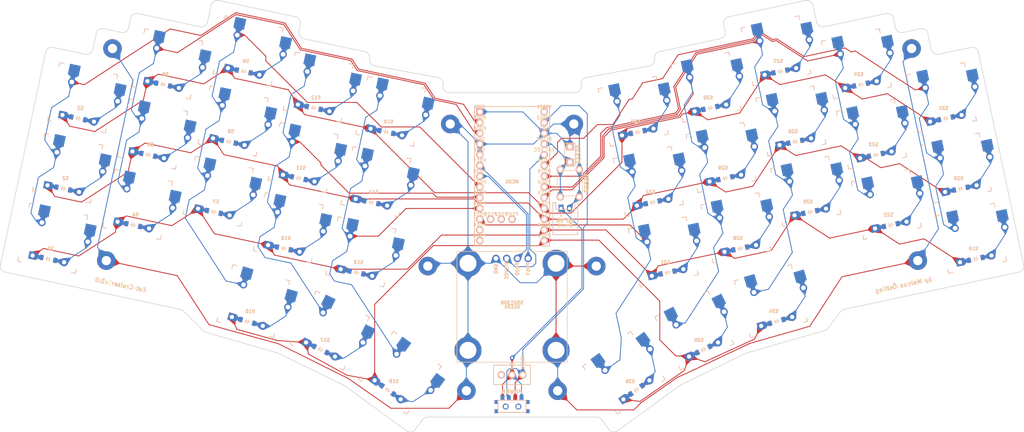
<source format=kicad_pcb>
(kicad_pcb (version 20240108) (generator "pcbnew") (generator_version "8.0")
  (title_block (title "fat_cruiser") (date "2025-12-13") (rev "v2.0.0") (company "Marcus Östling"))
  (layers (0 "F.Cu" signal) (31 "B.Cu" signal) (34 "B.Paste" user) (35 "F.Paste" user) (36 "B.SilkS" user "B.Silkscreen") (37 "F.SilkS" user "F.Silkscreen") (38 "B.Mask" user) (39 "F.Mask" user) (44 "Edge.Cuts" user))
  (net 0 "")
  (net 1 "P006")
  (net 2 "pinky_bottom")
  (net 3 "pinky_home")
  (net 4 "pinky_top")
  (net 5 "P008")
  (net 6 "ring_bottom")
  (net 7 "ring_home")
  (net 8 "ring_top")
  (net 9 "P022")
  (net 10 "middle_bottom")
  (net 11 "middle_home")
  (net 12 "middle_top")
  (net 13 "P024")
  (net 14 "index_bottom")
  (net 15 "index_home")
  (net 16 "index_top")
  (net 17 "P100")
  (net 18 "far_bottom")
  (net 19 "far_home")
  (net 20 "far_top")
  (net 21 "middle_thumb")
  (net 22 "index_thumb")
  (net 23 "far_thumb")
  (net 24 "P031")
  (net 25 "mirror_pinky_bottom")
  (net 26 "mirror_pinky_home")
  (net 27 "mirror_pinky_top")
  (net 28 "P029")
  (net 29 "mirror_ring_bottom")
  (net 30 "mirror_ring_home")
  (net 31 "mirror_ring_top")
  (net 32 "P002")
  (net 33 "mirror_middle_bottom")
  (net 34 "mirror_middle_home")
  (net 35 "mirror_middle_top")
  (net 36 "P115")
  (net 37 "mirror_index_bottom")
  (net 38 "mirror_index_home")
  (net 39 "mirror_index_top")
  (net 40 "P011")
  (net 41 "mirror_far_bottom")
  (net 42 "mirror_far_home")
  (net 43 "mirror_far_top")
  (net 44 "mirror_middle_thumb")
  (net 45 "mirror_index_thumb")
  (net 46 "mirror_far_thumb")
  (net 47 "P010")
  (net 48 "P111")
  (net 49 "P113")
  (net 50 "P009")
  (net 51 "GND")
  (net 52 "P017")
  (net 53 "P020")
  (net 54 "P104")
  (net 55 "P106")
  (net 56 "VBAT1")
  (net 57 "VBAT2")
  (net 58 "RESET")
  (net 59 "EXT_VCC")
  (net 60 "P101")
  (net 61 "P102")
  (net 62 "P107")
  (net 63 "B+")
  (footprint "E73:SPDT_C128955" (layer "F.Cu") (at 154.752326 142.957443 180)
    (property "Reference" "T4" (hide yes))
    (property "Value" "" (hide yes))
  )
  (footprint "Slider3Pin" (layer "F.Cu") (at 154.752323 135.457446 180)
    (property "Reference" "T6" (hide yes))
    (property "Value" "" (hide yes))
  )
  (footprint "PG1350" (layer "F.Cu") (at 256.383058 69.855939 12)
    (property "Reference" "S21" (hide yes))
    (property "Value" "" (hide yes))
  )
  (footprint "ComboDiode" (layer "F.Cu") (at 91.245667 63.646691 -12)
    (property "Reference" "D9" (hide yes))
    (property "Value" "" (hide yes))
  )
  (footprint "ComboDiode" (layer "F.Cu") (at 104.278269 88.90835 -12)
    (property "Reference" "D11" (hide yes))
    (property "Value" "" (hide yes))
  )
  (footprint "text" (layer "F.Cu") (at 247.400579 114.171911 12)
    (property "Reference" "T2" (hide yes))
    (property "Value" "" (hide yes))
  )
  (footprint "PG1350" (layer "F.Cu") (at 197.887196 124.95893 26)
    (property "Reference" "S35" (hide yes))
    (property "Value" "" (hide yes))
  )
  (footprint "MountingHole_Pad_Via" (layer "F.Cu") (at 134.820151 109.712996 -12)
    (property "Reference" "MH3" (hide yes))
    (property "Value" "")
  )
  (footprint "ComboDiode" (layer "F.Cu") (at 109.425597 129.452903 -26)
    (property "Reference" "D17" (hide yes))
    (property "Value" "" (hide yes))
  )
  (footprint "ComboDiode" (layer "F.Cu") (at 237.321021 66.751314 12)
    (property "Reference" "D24" (hide yes))
    (property "Value" "" (hide yes))
  )
  (footprint "ComboDiode" (layer "F.Cu") (at 225.327979 96.903712 12)
    (property "Reference" "D25" (hide yes))
    (property "Value" "" (hide yes))
  )
  (footprint "PG1350" (layer "F.Cu") (at 186.99599 89.716317 12)
    (property "Reference" "S32" (hide yes))
    (property "Value" "" (hide yes))
  )
  (footprint "MountingHole_Pad_Via" (layer "F.Cu") (at 165.552326 139.207442)
    (property "Reference" "MH8" (hide yes))
    (property "Value" "")
  )
  (footprint "PG1350" (layer "F.Cu") (at 204.186822 84.017613 12)
    (property "Reference" "S29" (hide yes))
    (property "Value" "" (hide yes))
  )
  (footprint "PG1350" (layer "F.Cu") (at 73.223187 61.860577 -12)
    (property "Reference" "S6" (hide yes))
    (property "Value" "" (hide yes))
  )
  (footprint "PG1350" (layer "F.Cu") (at 263.452058 103.112957 12)
    (property "Reference" "S19" (hide yes))
    (property "Value" "" (hide yes))
  )
  (footprint "PG1350" (layer "F.Cu") (at 220.753921 75.384465 12)
    (property "Reference" "S26" (hide yes))
    (property "Value" "" (hide yes))
  )
  (footprint "PG1350" (layer "F.Cu") (at 118.974162 106.344828 -12)
    (property "Reference" "S13" (hide yes))
    (property "Value" "" (hide yes))
  )
  (footprint "PG1350" (layer "F.Cu") (at 49.58709 86.484449 -12)
    (property "Reference" "S2" (hide yes))
    (property "Value" "" (hide yes))
  )
  (footprint "MountingHole_Pad_Via" (layer "F.Cu") (at 140.128484 76.081737 -12)
    (property "Reference" "MH5" (hide yes))
    (property "Value" "")
  )
  (footprint "PG1350" (layer "F.Cu") (at 239.815961 78.489086 12)
    (property "Reference" "S23" (hide yes))
    (property "Value" "" (hide yes))
  )
  (footprint "PG1350" (layer "F.Cu") (at 69.688689 78.489087 -12)
    (property "Reference" "S5" (hide yes))
    (property "Value" "" (hide yes))
  )
  (footprint "PG1350" (layer "F.Cu") (at 259.917556 86.484448 12)
    (property "Reference" "S20" (hide yes))
    (property "Value" "" (hide yes))
  )
  (footprint "PG1350" (layer "F.Cu") (at 111.617455 124.958932 -26)
    (property "Reference" "S17" (hide yes))
    (property "Value" "" (hide yes))
  )
  (footprint "ComboDiode" (layer "F.Cu") (at 264.491615 108.003694 12)
    (property "Reference" "D19" (hide yes))
    (property "Value" "" (hide yes))
  )
  (footprint "ComboDiode" (layer "F.Cu") (at 117.934603 111.235564 -12)
    (property "Reference" "D13" (hide yes))
    (property "Value" "" (hide yes))
  )
  (footprint "ComboDiode" (layer "F.Cu") (at 184.501048 77.978547 12)
    (property "Reference" "D33" (hide yes))
    (property "Value" "" (hide yes))
  )
  (footprint "PG1350" (layer "F.Cu") (at 108.852326 67.389104 -12)
    (property "Reference" "S12" (hide yes))
    (property "Value" "" (hide yes))
  )
  (footprint "PG1350" (layer "F.Cu") (at 88.750729 75.384465 -12)
    (property "Reference" "S8" (hide yes))
    (property "Value" "" (hide yes))
  )
  (footprint "PG1350" (layer "F.Cu") (at 200.652325 67.389103 12)
    (property "Reference" "S30" (hide yes))
    (property "Value" "" (hide yes))
  )
  (footprint "PG1350" (layer "F.Cu") (at 243.350457 95.117597 12)
    (property "Reference" "S22" (hide yes))
    (property "Value" "" (hide yes))
  )
  (footprint "ComboDiode" (layer "F.Cu") (at 45.013033 108.003695 -12)
    (property "Reference" "D1" (hide yes))
    (property "Value" "" (hide yes))
  )
  (footprint "PG1350" (layer "F.Cu") (at 183.461494 73.08781 12)
    (property "Reference" "S33" (hide yes))
    (property "Value" "" (hide yes))
  )
  (footprint "ComboDiode" (layer "F.Cu") (at 217.389123 122.808188 16)
    (property "Reference" "D34" (hide yes))
    (property "Value" "" (hide yes))
  )
  (footprint "text" (layer "F.Cu") (at 154.752325 139.457444)
    (property "Reference" "T3" (hide yes))
    (property "Value" "" (hide yes))
  )
  (footprint "PG1350" (layer "F.Cu") (at 53.121592 69.85594 -12)
    (property "Reference" "S3" (hide yes))
    (property "Value" "" (hide yes))
  )
  (footprint "PG1350" (layer "F.Cu") (at 93.493716 118.001879 -16)
    (property "Reference" "S16" (hide yes))
    (property "Value" "" (hide yes))
  )
  (footprint "PG1350" (layer "F.Cu") (at 236.281463 61.860578 12)
    (property "Reference" "S24" (hide yes))
    (property "Value" "" (hide yes))
  )
  (footprint "ComboDiode" (layer "F.Cu") (at 184.185805 139.00253 36)
    (property "Reference" "D36" (hide yes))
    (property "Value" "" (hide yes))
  )
  (footprint "ComboDiode" (layer "F.Cu") (at 218.258982 63.646692 12)
    (property "Reference" "D27" (hide yes))
    (property "Value" "" (hide yes))
  )
  (footprint "PG1350" (layer "F.Cu") (at 66.154191 95.117597 -12)
    (property "Reference" "S4" (hide yes))
    (property "Value" "" (hide yes))
  )
  (footprint "ComboDiode" (layer "F.Cu") (at 107.812765 72.279845 -12)
    (property "Reference" "D12" (hide yes))
    (property "Value" "" (hide yes))
  )
  (footprint "ComboDiode" (layer "F.Cu") (at 48.547532 91.375189 -12)
    (property "Reference" "D2" (hide yes))
    (property "Value" "" (hide yes))
  )
  (footprint "ComboDiode" (layer "F.Cu") (at 87.711167 80.275203 -12)
    (property "Reference" "D8" (hide yes))
    (property "Value" "" (hide yes))
  )
  (footprint "PG1350" (layer "F.Cu") (at 126.043158 73.087809 -12)
    (property "Reference" "S15" (hide yes))
    (property "Value" "" (hide yes))
  )
  (footprint "MountingHole_Pad_Via" (layer "F.Cu") (at 60.194918 58.222345 -12)
    (property "Reference" "MH9" (hide yes))
    (property "Value" "")
  )
  (footprint "ComboDiode" (layer "F.Cu") (at 100.743767 105.536861 -12)
    (property "Reference" "D10" (hide yes))
    (property "Value" "" (hide yes))
  )
  (footprint "PG1350" (layer "F.Cu") (at 181.246877 134.957445 36)
    (property "Reference" "S36" (hide yes))
    (property "Value" "" (hide yes))
  )
  (footprint "ComboDiode" (layer "F.Cu") (at 125.318846 139.002528 -36)
    (property "Reference" "D18" (hide yes))
    (property "Value" "" (hide yes))
  )
  (footprint "Button4pin" (layer "F.Cu") (at 168.432326 90.087812 180)
    (property "Reference" "B2" (hide yes))
    (property "Value" "" (hide yes))
  )
  (footprint "ComboDiode" (layer "F.Cu") (at 52.08203 74.746677 -12)
    (property "Reference" "D3" (hide yes))
    (property "Value" "" (hide yes))
  )
  (footprint "ComboDiode" (layer "F.Cu") (at 221.793482 80.275202 12)
    (property "Reference" "D26" (hide yes))
    (property "Value" "" (hide yes))
  )
  (footprint "OLED_SSD1306" (layer "F.Cu") (at 154.752326 119.344829 180)
    (property "Reference" "OLED1" (hide yes))
    (property "Value" "" (hide yes))
  )
  (footprint "ComboDiode" (layer "F.Cu") (at 191.570048 111.235566 12)
    (property "Reference" "D31" (hide yes))
    (property "Value" "" (hide yes))
  )
  (footprint "PG1350" (layer "F.Cu") (at 128.257773 134.957442 -36)
    (property "Reference" "S18" (hide yes))
    (property "Value" "" (hide yes))
  )
  (footprint "ComboDiode" (layer "F.Cu") (at 84.176672 96.903712 -12)
    (property "Reference" "D7" (hide yes))
    (property "Value" "" (hide yes))
  )
  (footprint "ComboDiode" (layer "F.Cu") (at 121.469099 94.607055 -12)
    (property "Reference" "D14" (hide yes))
    (property "Value" "" (hide yes))
  )
  (footprint "MountingHole_Pad_Via" (layer "F.Cu") (at 250.777239 108.414043 12)
    (property "Reference" "MH2" (hide yes))
    (property "Value" "")
  )
  (footprint "ComboDiode" (layer "F.Cu") (at 205.226379 88.908352 12)
    (property "Reference" "D29" (hide yes))
    (property "Value" "" (hide yes))
  )
  (footprint "Button2pin" (layer "F.Cu") (at 168.432324 83.287809 180)
    (property "Reference" "B1" (hide yes))
    (property "Value" "" (hide yes))
  )
  (footprint "ComboDiode" (layer "F.Cu") (at 201.691882 72.279843 12)
    (property "Reference" "D30" (hide yes))
    (property "Value" "" (hide yes))
  )
  (footprint "PG1350" (layer "F.Cu") (at 207.721323 100.646123 12)
    (property "Reference" "S28" (hide yes))
    (property "Value" "" (hide yes))
  )
  (footprint "ComboDiode" (layer "F.Cu") (at 208.76088 105.536859 12)
    (property "Reference" "D28" (hide yes))
    (property "Value" "" (hide yes))
  )
  (footprint "PG1350" (layer "F.Cu") (at 92.285228 58.755956 -12)
    (property "Reference" "S9" (hide yes))
    (property "Value" "" (hide yes))
  )
  (footprint "ComboDiode" (layer "F.Cu") (at 125.003597 77.978547 -12)
    (property "Reference" "D15" (hide yes))
    (property "Value" "" (hide yes))
  )
  (footprint "PG1350" (layer "F.Cu") (at 105.317822 84.017614 -12)
    (property "Reference" "S11" (hide yes))
    (property "Value" "" (hide yes))
  )
  (footprint "PG1350" (layer "F.Cu") (at 101.783326 100.646122 -12)
    (property "Reference" "S10" (hide yes))
    (property "Value" "" (hide yes))
  )
  (footprint "ComboDiode" (layer "F.Cu") (at 257.422617 74.746675 12)
    (property "Reference" "D21" (hide yes))
    (property "Value" "" (hide yes))
  )
  (footprint "PG1350" (layer "F.Cu") (at 217.219423 58.755955 12)
    (property "Reference" "S27" (hide yes))
    (property "Value" "" (hide yes))
  )
  (footprint "PG1350" (layer "F.Cu") (at 85.216228 92.012973 -12)
    (property "Reference" "S7" (hide yes))
    (property "Value" "" (hide yes))
  )
  (footprint "ComboDiode" (layer "F.Cu") (at 244.390015 100.008336 12)
    (property "Reference" "D22" (hide yes))
    (property "Value" "" (hide yes))
  )
  (footprint "PG1350" (layer "F.Cu") (at 122.508661 89.716319 -12)
    (property "Reference" "S14" (hide yes))
    (property "Value" "" (hide yes))
  )
  (footprint "ComboDiode" (layer "F.Cu") (at 72.183631 66.751315 -12)
    (property "Reference" "D6" (hide yes))
    (property "Value" "" (hide yes))
  )
  (footprint "MountingHole_Pad_Via" (layer "F.Cu") (at 58.727408 108.414042 -12)
    (property "Reference" "MH1" (hide yes))
    (property "Value" "")
  )
  (footprint "E73:SPDT_C128955" (layer "F.Cu") (at 154.752326 142.957443 180)
    (property "Reference" "T5" (hide yes))
    (property "Value" "" (hide yes))
  )
  (footprint "ComboDiode" (layer "F.Cu") (at 260.957114 91.375184 12)
    (property "Reference" "D20" (hide yes))
    (property "Value" "" (hide yes))
  )
  (footprint "JST_PH_S2B-PH-K_02x2.00mm_Angled" (layer "F.Cu") (at 167.352324 96.03781)
    (property "Reference" "JST1" (hide yes))
    (property "Value" "" (hide yes))
  )
  (footprint "MountingHole_Pad_Via" (layer "F.Cu") (at 249.309731 58.222345 12)
    (property "Reference" "MH10" (hide yes))
    (property "Value" "")
  )
  (footprint "MountingHole_Pad_Via" (layer "F.Cu") (at 143.952325 139.207444)
    (property "Reference" "MH7" (hide yes))
    (property "Value" "")
  )
  (footprint "PG1350" (layer "F.Cu") (at 216.010934 118.001879 16)
    (property "Reference" "S34" (hide yes))
    (property "Value" "" (hide yes))
  )
  (footprint "PG1350" (layer "F.Cu") (at 190.530488 106.34483 12)
    (property "Reference" "S31" (hide yes))
    (property "Value" "" (hide yes))
  )
  (footprint "ComboDiode" (layer "F.Cu") (at 200.079052 129.452902 26)
    (property "Reference" "D35" (hide yes))
    (property "Value" "" (hide yes))
  )
  (footprint "ComboDiode" (layer "F.Cu") (at 240.855517 83.379825 12)
    (property "Reference" "D23" (hide yes))
    (property "Value" "" (hide yes))
  )
  (footprint "PG1350" (layer "F.Cu") (at 46.052596 103.112955 -12)
    (property "Reference" "S1" (hide yes))
    (property "Value" "" (hide yes))
  )
  (footprint "text" (layer "F.Cu") (at 62.104073 114.171911 -12)
    (property "Reference" "T1" (hide yes))
    (property "Value" "" (hide yes))
  )
  (footprint "ComboDiode" (layer "F.Cu") (at 68.64913 83.379823 -12)
    (property "Reference" "D5" (hide yes))
    (property "Value" "" (hide yes))
  )
  (footprint "MountingHole_Pad_Via" (layer "F.Cu") (at 169.376166 76.081737 12)
    (property "Reference" "MH6" (hide yes))
    (property "Value" "")
  )
  (footprint "PG1350" (layer "F.Cu") (at 224.288421 92.012973 12)
    (property "Reference" "S25" (hide yes))
    (property "Value" "" (hide yes))
  )
  (footprint "ComboDiode" (layer "F.Cu") (at 65.114632 100.008337 -12)
    (property "Reference" "D4" (hide yes))
    (property "Value" "" (hide yes))
  )
  (footprint "ComboDiode" (layer "F.Cu") (at 92.115527 122.808188 -16)
    (property "Reference" "D16" (hide yes))
    (property "Value" "" (hide yes))
  )
  (footprint "MountingHole_Pad_Via" (layer "F.Cu") (at 174.684498 109.712998 12)
    (property "Reference" "MH4" (hide yes))
    (property "Value" "")
  )
  (footprint "NiceNano" (layer "F.Cu") (at 154.752326 89.71632 -90)
    (property "Reference" "MCU1" (hide yes))
    (property "Value" "" (hide yes))
  )
  (footprint "ComboDiode" (layer "F.Cu") (at 188.03555 94.607059 12)
    (property "Reference" "D32" (hide yes))
    (property "Value" "" (hide yes))
  )
  (gr_line (start 115.087379 137.996487) (end 129.786219 148.675819) (stroke (width 0.15)) (layer "Edge.Cuts"))
  (gr_arc (start 232.487035 120.496243) (mid 232.878346 120.135902) (end 233.370814 119.934796) (stroke (width 0.15)) (layer "Edge.Cuts"))
  (gr_line (start 177.623225 148.343973) (end 175.956436 146.049832) (stroke (width 0.15)) (layer "Edge.Cuts"))
  (gr_arc (start 171.098575 66.869985) (mid 170.79707 68.125844) (end 169.63135 68.681851) (stroke (width 0.15)) (layer "Edge.Cuts"))
  (gr_line (start 253.160427 54.694651) (end 253.950493 58.41161) (stroke (width 0.15)) (layer "Edge.Cuts"))
  (gr_line (start 138.407023 66.865534) (end 138.406076 66.869983) (stroke (width 0.15)) (layer "Edge.Cuts"))
  (gr_line (start 104.658052 52.491517) (end 104.312917 54.115242) (stroke (width 0.15)) (layer "Edge.Cuts"))
  (gr_line (start 179.718429 148.675821) (end 194.417272 137.996488) (stroke (width 0.15)) (layer "Edge.Cuts"))
  (gr_line (start 232.487035 120.496243) (end 229.505847 124.431501) (stroke (width 0.15)) (layer "Edge.Cuts"))
  (gr_arc (start 275.82488 109.377395) (mid 275.61566 110.506221) (end 274.669529 111.156485) (stroke (width 0.15)) (layer "Edge.Cuts"))
  (gr_arc (start 82.398296 125.431373) (mid 82.055034 125.28463) (end 81.758655 125.057651) (stroke (width 0.15)) (layer "Edge.Cuts"))
  (gr_arc (start 83.530062 48.000624) (mid 84.180315 47.054443) (end 85.309152 46.84527) (stroke (width 0.15)) (layer "Edge.Cuts"))
  (gr_line (start 133.548212 146.049834) (end 131.881424 148.343973) (stroke (width 0.15)) (layer "Edge.Cuts"))
  (gr_arc (start 179.718429 148.675821) (mid 178.602085 148.943843) (end 177.623225 148.343973) (stroke (width 0.15)) (layer "Edge.Cuts"))
  (gr_arc (start 247.273118 54.412525) (mid 246.144279 54.203325) (end 245.494029 53.25717) (stroke (width 0.15)) (layer "Edge.Cuts"))
  (gr_line (start 210.053131 130.345015) (end 194.64139 137.86182) (stroke (width 0.15)) (layer "Edge.Cuts"))
  (gr_line (start 105.468274 55.894333) (end 119.864183 58.954276) (stroke (width 0.15)) (layer "Edge.Cuts"))
  (gr_arc (start 103.5027 50.712428) (mid 104.448829 51.362694) (end 104.658052 52.491517) (stroke (width 0.15)) (layer "Edge.Cuts"))
  (gr_arc (start 137.209989 65.078198) (mid 138.186115 65.718969) (end 138.407023 66.865534) (stroke (width 0.15)) (layer "Edge.Cuts"))
  (gr_arc (start 114.863259 137.861819) (mid 114.978259 137.924261) (end 115.087379 137.996487) (stroke (width 0.15)) (layer "Edge.Cuts"))
  (gr_arc (start 243.257535 49.949896) (mid 244.386374 50.159103) (end 245.036624 51.105246) (stroke (width 0.15)) (layer "Edge.Cuts"))
  (gr_line (start 33.679768 109.377394) (end 44.36643 59.100607) (stroke (width 0.15)) (layer "Edge.Cuts"))
  (gr_line (start 188.461125 60.834184) (end 188.452705 60.454774) (stroke (width 0.15)) (layer "Edge.Cuts"))
  (gr_arc (start 194.417272 137.996488) (mid 194.526392 137.924263) (end 194.64139 137.86182) (stroke (width 0.15)) (layer "Edge.Cuts"))
  (gr_line (start 228.723657 124.96762) (end 210.297231 130.251312) (stroke (width 0.15)) (layer "Edge.Cuts"))
  (gr_line (start 171.098575 66.869985) (end 171.097626 66.865531) (stroke (width 0.15)) (layer "Edge.Cuts"))
  (gr_arc (start 119.864183 58.954276) (mid 120.728415 59.49051) (end 121.051947 60.454774) (stroke (width 0.15)) (layer "Edge.Cuts"))
  (gr_arc (start 188.461125 60.834184) (mid 188.124303 61.815005) (end 187.23168 62.342926) (stroke (width 0.15)) (layer "Edge.Cuts"))
  (gr_arc (start 133.548212 146.049834) (mid 134.080758 145.595021) (end 134.76174 145.431511) (stroke (width 0.15)) (layer "Edge.Cuts"))
  (gr_arc (start 44.366428 59.100607) (mid 45.016687 58.154468) (end 46.145518 57.945255) (stroke (width 0.15)) (layer "Edge.Cuts"))
  (gr_arc (start 76.25133 119.959771) (mid 76.650502 120.106245) (end 76.992558 120.35882) (stroke (width 0.15)) (layer "Edge.Cuts"))
  (gr_arc (start 56.344222 54.694651) (mid 56.994492 53.748546) (end 58.12331 53.539296) (stroke (width 0.15)) (layer "Edge.Cuts"))
  (gr_arc (start 99.207419 130.251311) (mid 99.331516 130.29283) (end 99.451518 130.345014) (stroke (width 0.15)) (layer "Edge.Cuts"))
  (gr_arc (start 64.010619 53.257171) (mid 63.360365 54.203328) (end 62.231529 54.412526) (stroke (width 0.15)) (layer "Edge.Cuts"))
  (gr_line (start 255.72958 59.566967) (end 263.359131 57.945256) (stroke (width 0.15)) (layer "Edge.Cuts"))
  (gr_arc (start 205.191733 54.115245) (mid 204.982535 55.244092) (end 204.036378 55.894331) (stroke (width 0.15)) (layer "Edge.Cuts"))
  (gr_arc (start 171.097626 66.865531) (mid 171.318532 65.71897) (end 172.294659 65.078199) (stroke (width 0.15)) (layer "Edge.Cuts"))
  (gr_arc (start 122.272971 62.342925) (mid 121.380315 61.815028) (end 121.043526 60.834186) (stroke (width 0.15)) (layer "Edge.Cuts"))
  (gr_arc (start 82.698419 51.913215) (mid 82.048155 52.859346) (end 80.919328 53.068568) (stroke (width 0.15)) (layer "Edge.Cuts"))
  (gr_arc (start 263.359134 57.945258) (mid 264.487962 58.154466) (end 265.138222 59.100609) (stroke (width 0.15)) (layer "Edge.Cuts"))
  (gr_line (start 265.138221 59.100609) (end 275.82488 109.377395) (stroke (width 0.15)) (layer "Edge.Cuts"))
  (gr_arc (start 55.554159 58.411612) (mid 54.903898 59.357765) (end 53.77507 59.566965) (stroke (width 0.15)) (layer "Edge.Cuts"))
  (gr_arc (start 228.58532 53.068569) (mid 227.45647 52.859371) (end 226.806231 51.913213) (stroke (width 0.15)) (layer "Edge.Cuts"))
  (gr_line (start 205.191728 54.115243) (end 204.8466 52.491517) (stroke (width 0.15)) (layer "Edge.Cuts"))
  (gr_arc (start 224.195496 46.845272) (mid 225.324283 47.054513) (end 225.974587 48.000625) (stroke (width 0.15)) (layer "Edge.Cuts"))
  (gr_arc (start 64.468027 51.105249) (mid 65.118297 50.159147) (end 66.247114 49.949894) (stroke (width 0.15)) (layer "Edge.Cuts"))
  (gr_arc (start 204.8466 52.491517) (mid 205.055814 51.362693) (end 206.00195 50.712427) (stroke (width 0.15)) (layer "Edge.Cuts"))
  (gr_line (start 66.247114 49.949894) (end 80.919328 53.068568) (stroke (width 0.15)) (layer "Edge.Cuts"))
  (gr_arc (start 131.881424 148.343973) (mid 130.902551 148.943798) (end 129.786219 148.675819) (stroke (width 0.15)) (layer "Edge.Cuts"))
  (gr_arc (start 174.742909 145.431512) (mid 175.4239 145.594997) (end 175.956436 146.049832) (stroke (width 0.15)) (layer "Edge.Cuts"))
  (gr_line (start 85.309152 46.84527) (end 103.5027 50.712428) (stroke (width 0.15)) (layer "Edge.Cuts"))
  (gr_line (start 245.036624 51.105246) (end 245.494029 53.257174) (stroke (width 0.15)) (layer "Edge.Cuts"))
  (gr_arc (start 210.053131 130.345015) (mid 210.173134 130.292831) (end 210.297231 130.251312) (stroke (width 0.15)) (layer "Edge.Cuts"))
  (gr_line (start 55.554159 58.411612) (end 56.344222 54.694651) (stroke (width 0.15)) (layer "Edge.Cuts"))
  (gr_line (start 228.58532 53.068569) (end 243.257535 49.949896) (stroke (width 0.15)) (layer "Edge.Cuts"))
  (gr_line (start 46.145517 57.945254) (end 53.77507 59.566965) (stroke (width 0.15)) (layer "Edge.Cuts"))
  (gr_line (start 206.00195 50.712427) (end 224.195496 46.845272) (stroke (width 0.15)) (layer "Edge.Cuts"))
  (gr_line (start 139.873297 68.681851) (end 169.63135 68.681851) (stroke (width 0.15)) (layer "Edge.Cuts"))
  (gr_line (start 121.051947 60.454774) (end 121.043526 60.834186) (stroke (width 0.15)) (layer "Edge.Cuts"))
  (gr_line (start 64.010622 53.257173) (end 64.468027 51.105249) (stroke (width 0.15)) (layer "Edge.Cuts"))
  (gr_line (start 274.669529 111.156485) (end 233.370814 119.934796) (stroke (width 0.15)) (layer "Edge.Cuts"))
  (gr_line (start 82.698419 51.913215) (end 83.530062 48.000624) (stroke (width 0.15)) (layer "Edge.Cuts"))
  (gr_line (start 99.207419 130.251311) (end 82.398296 125.431373) (stroke (width 0.15)) (layer "Edge.Cuts"))
  (gr_line (start 247.273118 54.412525) (end 251.381341 53.539296) (stroke (width 0.15)) (layer "Edge.Cuts"))
  (gr_arc (start 188.452705 60.454774) (mid 188.776199 59.490485) (end 189.640466 58.954276) (stroke (width 0.15)) (layer "Edge.Cuts"))
  (gr_line (start 174.742909 145.431512) (end 134.76174 145.431511) (stroke (width 0.15)) (layer "Edge.Cuts"))
  (gr_line (start 172.294659 65.078199) (end 187.23168 62.342926) (stroke (width 0.15)) (layer "Edge.Cuts"))
  (gr_line (start 114.863259 137.861819) (end 99.451518 130.345014) (stroke (width 0.15)) (layer "Edge.Cuts"))
  (gr_line (start 81.758655 125.057651) (end 76.992558 120.35882) (stroke (width 0.15)) (layer "Edge.Cuts"))
  (gr_line (start 76.25133 119.959771) (end 34.83512 111.156484) (stroke (width 0.15)) (layer "Edge.Cuts"))
  (gr_line (start 58.12331 53.539296) (end 62.231529 54.412526) (stroke (width 0.15)) (layer "Edge.Cuts"))
  (gr_line (start 189.640466 58.954276) (end 204.036378 55.894331) (stroke (width 0.15)) (layer "Edge.Cuts"))
  (gr_arc (start 255.72958 59.566967) (mid 254.600755 59.357749) (end 253.950493 58.41161) (stroke (width 0.15)) (layer "Edge.Cuts"))
  (gr_arc (start 105.468274 55.894333) (mid 104.522139 55.244074) (end 104.312921 54.115244) (stroke (width 0.15)) (layer "Edge.Cuts"))
  (gr_arc (start 139.873297 68.681851) (mid 138.707589 68.125826) (end 138.406076 66.869983) (stroke (width 0.15)) (layer "Edge.Cuts"))
  (gr_line (start 225.974587 48.000625) (end 226.806231 51.913213) (stroke (width 0.15)) (layer "Edge.Cuts"))
  (gr_arc (start 251.381341 53.539296) (mid 252.510178 53.748508) (end 253.160427 54.694651) (stroke (width 0.15)) (layer "Edge.Cuts"))
  (gr_arc (start 229.505847 124.431501) (mid 229.158233 124.762999) (end 228.723657 124.96762) (stroke (width 0.15)) (layer "Edge.Cuts"))
  (gr_arc (start 34.835122 111.156484) (mid 33.888993 110.506215) (end 33.679768 109.377394) (stroke (width 0.15)) (layer "Edge.Cuts"))
  (gr_line (start 122.272971 62.342925) (end 137.209989 65.078198) (stroke (width 0.15)) (layer "Edge.Cuts"))
  (segment (start 50.562685 66.142771) (end 53.53752 66.775093) (width 0.2) (layer "F.Cu") (net 1))
  (segment (start 118.397565 63.079494) (end 134.209992 66.44053) (width 0.2) (layer "F.Cu") (net 1))
  (segment (start 134.209992 66.44053) (end 136.50661 69.977012) (width 0.2) (layer "F.Cu") (net 1))
  (segment (start 53.53752 66.775093) (end 73.84083 53.589968) (width 0.2) (layer "F.Cu") (net 1))
  (segment (start 73.84083 53.589968) (end 81.080807 55.128873) (width 0.2) (layer "F.Cu") (net 1))
  (segment (start 143.275123 71.415703) (end 145.920132 75.48866) (width 0.2) (layer "F.Cu") (net 1))
  (segment (start 145.920132 75.48866) (end 147.132325 75.74632) (width 0.2) (layer "F.Cu") (net 1))
  (segment (start 101.02486 52.211727) (end 104.890131 58.163721) (width 0.2) (layer "F.Cu") (net 1))
  (segment (start 116.857095 60.707377) (end 118.397565 63.079494) (width 0.2) (layer "F.Cu") (net 1))
  (segment (start 81.080807 55.128873) (end 89.383223 49.737222) (width 0.2) (layer "F.Cu") (net 1))
  (segment (start 136.50661 69.977012) (end 143.275123 71.415703) (width 0.2) (layer "F.Cu") (net 1))
  (segment (start 104.890131 58.163721) (end 116.857095 60.707377) (width 0.2) (layer "F.Cu") (net 1))
  (segment (start 89.383223 49.737222) (end 101.02486 52.211727) (width 0.2) (layer "F.Cu") (net 1))
  (segment (start 45.764448 72.212388) (end 49.834337 69.56937) (width 0.2) (layer "B.Cu") (net 1))
  (segment (start 42.157506 99.115775) (end 40.874749 97.140503) (width 0.2) (layer "B.Cu") (net 1))
  (segment (start 44.086233 96.612066) (end 43.493688 99.399787) (width 0.2) (layer "B.Cu") (net 1))
  (segment (start 44.142737 79.84194) (end 45.764448 72.212388) (width 0.2) (layer "B.Cu") (net 1))
  (segment (start 40.874749 97.140503) (end 42.66279 88.728432) (width 0.2) (layer "B.Cu") (net 1))
  (segment (start 45.887636 82.528848) (end 44.142737 79.84194) (width 0.2) (layer "B.Cu") (net 1))
  (segment (start 47.028181 82.771277) (end 45.887636 82.528848) (width 0.2) (layer "B.Cu") (net 1))
  (segment (start 50.562683 66.14277) (end 51.155231 63.355051) (width 0.2) (layer "B.Cu") (net 1))
  (segment (start 42.66279 88.728432) (end 46.258255 86.393511) (width 0.2) (layer "B.Cu") (net 1))
  (segment (start 47.620732 79.98356) (end 47.028181 82.771277) (width 0.2) (layer "B.Cu") (net 1))
  (segment (start 49.834337 69.56937) (end 50.562683 66.14277) (width 0.2) (layer "B.Cu") (net 1))
  (segment (start 43.493688 99.399787) (end 42.157506 99.115775) (width 0.2) (layer "B.Cu") (net 1))
  (segment (start 46.258255 86.393511) (end 47.028181 82.771277) (width 0.2) (layer "B.Cu") (net 1))
  (segment (start 48.739776 108.795839) (end 46.626978 108.346749) (width 0.2) (layer "F.Cu") (net 2))
  (segment (start 46.626978 108.346749) (end 48.739776 108.795839) (width 0.2) (layer "B.Cu") (net 2))
  (segment (start 54.926434 101.165372) (end 54.333883 103.953093) (width 0.2) (layer "B.Cu") (net 2))
  (segment (start 54.03553 105.356735) (end 48.739776 108.795839) (width 0.2) (layer "B.Cu") (net 2))
  (segment (start 54.333883 103.953093) (end 54.03553 105.356735) (width 0.2) (layer "B.Cu") (net 2))
  (segment (start 50.161474 91.718242) (end 52.274276 92.167332) (width 0.2) (layer "F.Cu") (net 3))
  (segment (start 52.274276 92.167332) (end 50.161474 91.718242) (width 0.2) (layer "B.Cu") (net 3))
  (segment (start 57.868381 87.324585) (end 57.570027 88.72823) (width 0.2) (layer "B.Cu") (net 3))
  (segment (start 58.460931 84.536863) (end 57.868381 87.324585) (width 0.2) (layer "B.Cu") (net 3))
  (segment (start 57.570027 88.72823) (end 52.274276 92.167332) (width 0.2) (layer "B.Cu") (net 3))
  (segment (start 53.695973 75.08973) (end 55.808774 75.53882) (width 0.2) (layer "F.Cu") (net 4))
  (segment (start 55.808774 75.53882) (end 53.695973 75.08973) (width 0.2) (layer "B.Cu") (net 4))
  (segment (start 61.104529 72.099718) (end 55.808774 75.53882) (width 0.2) (layer "B.Cu") (net 4))
  (segment (start 61.99543 67.908356) (end 61.402883 70.696076) (width 0.2) (layer "B.Cu") (net 4))
  (segment (start 61.402883 70.696076) (end 61.104529 72.099718) (width 0.2) (layer "B.Cu") (net 4))
  (segment (start 116.578298 61.057055) (end 118.118771 63.429172) (width 0.2) (layer "F.Cu") (net 5))
  (segment (start 136.261381 70.333823) (end 141.543377 71.456547) (width 0.2) (layer "F.Cu") (net 5))
  (segment (start 100.793717 52.590234) (end 104.644899 58.520532) (width 0.2) (layer "F.Cu") (net 5))
  (segment (start 104.644899 58.520532) (end 116.578298 61.057055) (width 0.2) (layer "F.Cu") (net 5))
  (segment (start 133.964763 66.797342) (end 136.261381 70.333823) (width 0.2) (layer "F.Cu") (net 5))
  (segment (start 75.563535 59.188778) (end 89.440431 50.177018) (width 0.2) (layer "F.Cu") (net 5))
  (segment (start 118.118771 63.429172) (end 133.964763 66.797342) (width 0.2) (layer "F.Cu") (net 5))
  (segment (start 89.440431 50.177018) (end 100.793717 52.590234) (width 0.2) (layer "F.Cu") (net 5))
  (segment (start 145.793941 78.001837) (end 147.132327 78.286321) (width 0.2) (layer "F.Cu") (net 5))
  (segment (start 141.543377 71.456547) (end 145.793941 78.001837) (width 0.2) (layer "F.Cu") (net 5))
  (segment (start 70.664283 58.14741) (end 75.563535 59.188778) (width 0.2) (layer "F.Cu") (net 5))
  (segment (start 69.894351 61.76964) (end 70.664283 58.147411) (width 0.2) (layer "B.Cu") (net 5))
  (segment (start 64.187835 88.616707) (end 63.595285 91.404428) (width 0.2) (layer "B.Cu") (net 5))
  (segment (start 63.595285 91.404428) (end 62.454736 91.161998) (width 0.2) (layer "B.Cu") (net 5))
  (segment (start 65.793602 74.491905) (end 64.664895 72.753843) (width 0.2) (layer "B.Cu") (net 5))
  (segment (start 66.536098 63.950515) (end 69.894351 61.76964) (width 0.2) (layer "B.Cu") (net 5))
  (segment (start 66.443018 78.00689) (end 67.129782 74.77592) (width 0.2) (layer "B.Cu") (net 5))
  (segment (start 62.454736 91.161998) (end 61.480069 89.661149) (width 0.2) (layer "B.Cu") (net 5))
  (segment (start 67.129782 74.77592) (end 65.793602 74.491905) (width 0.2) (layer "B.Cu") (net 5))
  (segment (start 71.256828 55.359687) (end 70.664283 58.147411) (width 0.2) (layer "B.Cu") (net 5))
  (segment (start 67.129782 74.77592) (end 67.722331 71.988197) (width 0.2) (layer "B.Cu") (net 5))
  (segment (start 64.664895 72.753843) (end 66.536098 63.950515) (width 0.2) (layer "B.Cu") (net 5))
  (segment (start 61.480069 89.661149) (end 63.559187 79.879671) (width 0.2) (layer "B.Cu") (net 5))
  (segment (start 63.559187 79.879671) (end 66.443018 78.00689) (width 0.2) (layer "B.Cu") (net 5))
  (segment (start 66.728575 100.35139) (end 68.841374 100.800479) (width 0.2) (layer "F.Cu") (net 6))
  (segment (start 75.028032 93.170011) (end 74.435482 95.957734) (width 0.2) (layer "B.Cu") (net 6))
  (segment (start 74.13713 97.361375) (end 68.841374 100.800479) (width 0.2) (layer "B.Cu") (net 6))
  (segment (start 74.435482 95.957734) (end 74.13713 97.361375) (width 0.2) (layer "B.Cu") (net 6))
  (segment (start 68.841374 100.800479) (end 66.728575 100.35139) (width 0.2) (layer "B.Cu") (net 6))
  (segment (start 70.263075 83.722879) (end 72.375872 84.171969) (width 0.2) (layer "F.Cu") (net 7))
  (segment (start 77.671628 80.732866) (end 72.375872 84.171969) (width 0.2) (layer "B.Cu") (net 7))
  (segment (start 78.56253 76.541502) (end 77.969979 79.329224) (width 0.2) (layer "B.Cu") (net 7))
  (segment (start 77.969979 79.329224) (end 77.671628 80.732866) (width 0.2) (layer "B.Cu") (net 7))
  (segment (start 72.375872 84.171969) (end 70.263075 83.722879) (width 0.2) (layer "B.Cu") (net 7))
  (segment (start 75.910373 67.543458) (end 73.797571 67.09437) (width 0.2) (layer "F.Cu") (net 8))
  (segment (start 75.910373 67.543458) (end 73.797571 67.09437) (width 0.2) (layer "B.Cu") (net 8))
  (segment (start 82.097026 59.912995) (end 81.50448 62.700717) (width 0.2) (layer "B.Cu") (net 8))
  (segment (start 81.50448 62.700717) (end 81.206128 64.104358) (width 0.2) (layer "B.Cu") (net 8))
  (segment (start 81.206128 64.104358) (end 75.910373 67.543458) (width 0.2) (layer "B.Cu") (net 8))
  (segment (start 132.921153 76.775146) (end 147.132325 90.98632) (width 0.2) (layer "F.Cu") (net 9))
  (segment (start 91.491703 55.042786) (end 96.464139 60.015222) (width 0.2) (layer "F.Cu") (net 9))
  (segment (start 89.72632 55.042786) (end 91.491703 55.042786) (width 0.2) (layer "F.Cu") (net 9))
  (segment (start 106.317741 70.975147) (end 117.995867 70.975147) (width 0.2) (layer "F.Cu") (net 9))
  (segment (start 123.795867 76.775146) (end 132.921153 76.775146) (width 0.2) (layer "F.Cu") (net 9))
  (segment (start 96.464139 60.015222) (end 96.464138 61.12154) (width 0.2) (layer "F.Cu") (net 9))
  (segment (start 96.464138 61.12154) (end 106.317741 70.975147) (width 0.2) (layer "F.Cu") (net 9))
  (segment (start 117.995867 70.975147) (end 123.795867 76.775146) (width 0.2) (layer "F.Cu") (net 9))
  (segment (start 81.321144 88.015792) (end 80.34648 86.514942) (width 0.2) (layer "B.Cu") (net 9))
  (segment (start 85.051272 71.428864) (end 83.768513 69.45359) (width 0.2) (layer "B.Cu") (net 9))
  (segment (start 85.514974 61.237153) (end 88.873227 59.056277) (width 0.2) (layer "B.Cu") (net 9))
  (segment (start 89.726319 55.042784) (end 90.318867 52.255064) (width 0.2) (layer "B.Cu") (net 9))
  (segment (start 88.873227 59.056277) (end 89.726319 55.042784) (width 0.2) (layer "B.Cu") (net 9))
  (segment (start 77.418699 98.365178) (end 78.333511 94.061328) (width 0.2) (layer "B.Cu") (net 9))
  (segment (start 87.080927 113.243709) (end 77.418699 98.365178) (width 0.2) (layer "B.Cu") (net 9))
  (segment (start 81.928974 91.726406) (end 82.657322 88.299806) (width 0.2) (layer "B.Cu") (net 9))
  (segment (start 85.421893 75.293525) (end 86.191823 71.671299) (width 0.2) (layer "B.Cu") (net 9))
  (segment (start 91.20006 114.119257) (end 87.080927 113.243709) (width 0.2) (layer "B.Cu") (net 9))
  (segment (start 80.34648 86.514942) (end 82.300848 77.320357) (width 0.2) (layer "B.Cu") (net 9))
  (segment (start 78.333511 94.061328) (end 81.928974 91.726406) (width 0.2) (layer "B.Cu") (net 9))
  (segment (start 82.657322 88.299806) (end 81.321144 88.015792) (width 0.2) (layer "B.Cu") (net 9))
  (segment (start 82.300848 77.320357) (end 85.421893 75.293525) (width 0.2) (layer "B.Cu") (net 9))
  (segment (start 83.249868 85.512085) (end 82.657322 88.299806) (width 0.2) (layer "B.Cu") (net 9))
  (segment (start 86.191823 71.671299) (end 85.051272 71.428864) (width 0.2) (layer "B.Cu") (net 9))
  (segment (start 91.20006 114.119257) (end 91.985625 111.379662) (width 0.2) (layer "B.Cu") (net 9))
  (segment (start 83.768513 69.45359) (end 85.514974 61.237153) (width 0.2) (layer "B.Cu") (net 9))
  (segment (start 86.78437 68.883575) (end 86.191823 71.671299) (width 0.2) (layer "B.Cu") (net 9))
  (segment (start 85.790614 97.246765) (end 87.903412 97.695857) (width 0.2) (layer "F.Cu") (net 10))
  (segment (start 94.090067 90.065389) (end 93.49752 92.853111) (width 0.2) (layer "B.Cu") (net 10))
  (segment (start 87.903412 97.695857) (end 85.790614 97.246765) (width 0.2) (layer "B.Cu") (net 10))
  (segment (start 93.199168 94.256755) (end 87.903412 97.695857) (width 0.2) (layer "B.Cu") (net 10))
  (segment (start 93.49752 92.853111) (end 93.199168 94.256755) (width 0.2) (layer "B.Cu") (net 10))
  (segment (start 89.32511 80.618257) (end 91.43791 81.067347) (width 0.2) (layer "F.Cu") (net 11))
  (segment (start 97.032021 76.224602) (end 96.733669 77.628242) (width 0.2) (layer "B.Cu") (net 11))
  (segment (start 97.624568 73.43688) (end 97.032021 76.224602) (width 0.2) (layer "B.Cu") (net 11))
  (segment (start 96.733669 77.628242) (end 91.43791 81.067347) (width 0.2) (layer "B.Cu") (net 11))
  (segment (start 89.32511 80.618257) (end 91.43791 81.067347) (width 0.2) (layer "B.Cu") (net 11))
  (segment (start 92.859611 63.989748) (end 94.97241 64.438837) (width 0.2) (layer "F.Cu") (net 12))
  (segment (start 100.566519 59.596092) (end 100.268167 60.999731) (width 0.2) (layer "B.Cu") (net 12))
  (segment (start 100.268167 60.999731) (end 94.97241 64.438837) (width 0.2) (layer "B.Cu") (net 12))
  (segment (start 101.159067 56.808371) (end 100.566519 59.596092) (width 0.2) (layer "B.Cu") (net 12))
  (segment (start 94.97241 64.438837) (end 92.859611 63.989748) (width 0.2) (layer "B.Cu") (net 12))
  (segment (start 104.524301 80.304446) (end 109.496736 85.276882) (width 0.2) (layer "F.Cu") (net 13))
  (segment (start 135.963335 92.460504) (end 136.917742 93.414911) (width 0.2) (layer "F.Cu") (net 13))
  (segment (start 116.2031 92.460504) (end 135.963335 92.460504) (width 0.2) (layer "F.Cu") (net 13))
  (segment (start 102.758918 80.304445) (end 104.524301 80.304446) (width 0.2) (layer "F.Cu") (net 13))
  (segment (start 147.020917 93.414912) (end 147.132327 93.526323) (width 0.2) (layer "F.Cu") (net 13))
  (segment (start 109.496736 85.276882) (end 109.496736 85.754141) (width 0.2) (layer "F.Cu") (net 13))
  (segment (start 136.917742 93.414911) (end 147.020917 93.414912) (width 0.2) (layer "F.Cu") (net 13))
  (segment (start 109.496736 85.754141) (end 116.2031 92.460504) (width 0.2) (layer "F.Cu") (net 13))
  (segment (start 95.096237 102.736059) (end 98.45449 100.555184) (width 0.2) (layer "B.Cu") (net 13))
  (segment (start 98.2795 96.732104) (end 96.842696 94.519622) (width 0.2) (layer "B.Cu") (net 13))
  (segment (start 102.405914 108.992546) (end 96.291769 107.692945) (width 0.2) (layer "B.Cu") (net 13))
  (segment (start 100.531241 78.128323) (end 102.444029 69.129363) (width 0.2) (layer "B.Cu") (net 13))
  (segment (start 96.291769 107.692945) (end 94.59725 105.083615) (width 0.2) (layer "B.Cu") (net 13))
  (segment (start 99.224419 96.932954) (end 98.2795 96.732104) (width 0.2) (layer "B.Cu") (net 13))
  (segment (start 99.816968 94.145231) (end 99.224419 96.932954) (width 0.2) (layer "B.Cu") (net 13))
  (segment (start 110.032853 120.737003) (end 111.282212 118.17544) (width 0.2) (layer "B.Cu") (net 13))
  (segment (start 102.758917 80.304445) (end 101.814002 80.103597) (width 0.2) (layer "B.Cu") (net 13))
  (segment (start 101.814002 80.103597) (end 100.531241 78.128323) (width 0.2) (layer "B.Cu") (net 13))
  (segment (start 110.032853 120.737003) (end 102.405914 108.992546) (width 0.2) (layer "B.Cu") (net 13))
  (segment (start 105.565072 67.102536) (end 106.293419 63.675934) (width 0.2) (layer "B.Cu") (net 13))
  (segment (start 94.59725 105.083615) (end 95.096237 102.736059) (width 0.2) (layer "B.Cu") (net 13))
  (segment (start 102.758917 80.304445) (end 103.351469 77.516724) (width 0.2) (layer "B.Cu") (net 13))
  (segment (start 102.444029 69.129363) (end 105.565072 67.102536) (width 0.2) (layer "B.Cu") (net 13))
  (segment (start 98.45449 100.555184) (end 99.224419 96.932954) (width 0.2) (layer "B.Cu") (net 13))
  (segment (start 106.293419 63.675934) (end 106.885967 60.888214) (width 0.2) (layer "B.Cu") (net 13))
  (segment (start 101.988989 83.926675) (end 102.758917 80.304445) (width 0.2) (layer "B.Cu") (net 13))
  (segment (start 98.630738 86.107551) (end 101.988989 83.926675) (width 0.2) (layer "B.Cu") (net 13))
  (segment (start 96.842696 94.519622) (end 98.630738 86.107551) (width 0.2) (layer "B.Cu") (net 13))
  (segment (start 102.357715 105.879916) (end 104.470511 106.329005) (width 0.2) (layer "F.Cu") (net 14))
  (segment (start 109.766266 102.889903) (end 104.470511 106.329005) (width 0.2) (layer "B.Cu") (net 14))
  (segment (start 110.657167 98.698537) (end 110.064621 101.486259) (width 0.2) (layer "B.Cu") (net 14))
  (segment (start 110.064621 101.486259) (end 109.766266 102.889903) (width 0.2) (layer "B.Cu") (net 14))
  (segment (start 104.470511 106.329005) (end 102.357715 105.879916) (width 0.2) (layer "B.Cu") (net 14))
  (segment (start 105.892211 89.251405) (end 108.005009 89.700497) (width 0.2) (layer "F.Cu") (net 15))
  (segment (start 114.191665 82.07003) (end 113.599119 84.857752) (width 0.2) (layer "B.Cu") (net 15))
  (segment (start 113.599119 84.857752) (end 113.300765 86.261393) (width 0.2) (layer "B.Cu") (net 15))
  (segment (start 113.300765 86.261393) (end 108.005009 89.700497) (width 0.2) (layer "B.Cu") (net 15))
  (segment (start 108.005009 89.700497) (end 105.892211 89.251405) (width 0.2) (layer "B.Cu") (net 15))
  (segment (start 111.539508 73.071987) (end 109.426711 72.622899) (width 0.2) (layer "F.Cu") (net 16))
  (segment (start 117.133618 68.229241) (end 117.726164 65.441518) (width 0.2) (layer "B.Cu") (net 16))
  (segment (start 116.835264 69.632883) (end 111.539508 73.071987) (width 0.2) (layer "B.Cu") (net 16))
  (segment (start 117.133618 68.229241) (end 116.835264 69.632883) (width 0.2) (layer "B.Cu") (net 16))
  (segment (start 109.426711 72.622899) (end 111.539508 73.071987) (width 0.2) (layer "B.Cu") (net 16))
  (segment (start 123.112947 102.631661) (end 129.678287 96.066321) (width 0.2) (layer "F.Cu") (net 17))
  (segment (start 116.415255 102.631659) (end 123.112947 102.631661) (width 0.2) (layer "F.Cu") (net 17))
  (segment (start 129.678287 96.066321) (end 147.132326 96.066322) (width 0.2) (layer "F.Cu") (net 17))
  (segment (start 119.949753 86.00315) (end 118.809206 85.760722) (width 0.2) (layer "B.Cu") (net 17))
  (segment (start 122.755903 72.801243) (end 123.484252 69.37464) (width 0.2) (layer "B.Cu") (net 17))
  (segment (start 119.179825 89.625379) (end 119.949753 86.00315) (width 0.2) (layer "B.Cu") (net 17))
  (segment (start 112.720667 113.257015) (end 116.776612 114.119131) (width 0.2) (layer "B.Cu") (net 17))
  (segment (start 120.109283 74.519976) (end 122.755903 72.801243) (width 0.2) (layer "B.Cu") (net 17))
  (segment (start 115.665964 102.472393) (end 114.537253 100.734332) (width 0.2) (layer "B.Cu") (net 17))
  (segment (start 112.287071 108.434764) (end 111.621753 111.564837) (width 0.2) (layer "B.Cu") (net 17))
  (segment (start 127.430376 130.524495) (end 129.105564 128.218796) (width 0.2) (layer "B.Cu") (net 17))
  (segment (start 127.430376 130.524495) (end 116.776612 114.119131) (width 0.2) (layer "B.Cu") (net 17))
  (segment (start 117.007803 99.843938) (end 116.415255 102.631659) (width 0.2) (layer "B.Cu") (net 17))
  (segment (start 114.537253 100.734332) (end 116.533206 91.344114) (width 0.2) (layer "B.Cu") (net 17))
  (segment (start 120.542303 83.215432) (end 119.949753 86.00315) (width 0.2) (layer "B.Cu") (net 17))
  (segment (start 111.621753 111.564837) (end 112.720667 113.257015) (width 0.2) (layer "B.Cu") (net 17))
  (segment (start 116.415255 102.631659) (end 115.665964 102.472393) (width 0.2) (layer "B.Cu") (net 17))
  (segment (start 116.533206 91.344114) (end 119.179825 89.625379) (width 0.2) (layer "B.Cu") (net 17))
  (segment (start 115.645326 106.253889) (end 112.287071 108.434764) (width 0.2) (layer "B.Cu") (net 17))
  (segment (start 116.415255 102.631659) (end 115.645326 106.253889) (width 0.2) (layer "B.Cu") (net 17))
  (segment (start 118.809206 85.760722) (end 117.988588 84.497081) (width 0.2) (layer "B.Cu") (net 17))
  (segment (start 123.484252 69.37464) (end 124.076798 66.586919) (width 0.2) (layer "B.Cu") (net 17))
  (segment (start 117.988588 84.497081) (end 120.109283 74.519976) (width 0.2) (layer "B.Cu") (net 17))
  (segment (start 119.548544 111.57862) (end 121.661344 112.02771) (width 0.2) (layer "F.Cu") (net 18))
  (segment (start 121.661344 112.02771) (end 119.548544 111.57862) (width 0.2) (layer "B.Cu") (net 18))
  (segment (start 126.957101 108.588605) (end 121.661344 112.02771) (width 0.2) (layer "B.Cu") (net 18))
  (segment (start 127.848 104.397242) (end 127.255454 107.184966) (width 0.2) (layer "B.Cu") (net 18))
  (segment (start 127.255454 107.184966) (end 126.957101 108.588605) (width 0.2) (layer "B.Cu") (net 18))
  (segment (start 123.083043 94.950111) (end 125.19584 95.399202) (width 0.2) (layer "F.Cu") (net 19))
  (segment (start 130.491599 91.960097) (end 125.19584 95.399202) (width 0.2) (layer "B.Cu") (net 19))
  (segment (start 130.789949 90.556457) (end 130.491599 91.960097) (width 0.2) (layer "B.Cu") (net 19))
  (segment (start 131.382501 87.768736) (end 130.789949 90.556457) (width 0.2) (layer "B.Cu") (net 19))
  (segment (start 125.19584 95.399202) (end 123.083043 94.950111) (width 0.2) (layer "B.Cu") (net 19))
  (segment (start 126.617545 78.321601) (end 128.730341 78.770692) (width 0.2) (layer "F.Cu") (net 20))
  (segment (start 134.026096 75.33159) (end 128.730341 78.770692) (width 0.2) (layer "B.Cu") (net 20))
  (segment (start 128.730341 78.770692) (end 128.650283 78.753675) (width 0.2) (layer "B.Cu") (net 20))
  (segment (start 128.650283 78.753675) (end 126.617545 78.321601) (width 0.2) (layer "B.Cu") (net 20))
  (segment (start 134.324449 73.927944) (end 134.026096 75.33159) (width 0.2) (layer "B.Cu") (net 20))
  (segment (start 134.916997 71.140223) (end 134.324449 73.927944) (width 0.2) (layer "B.Cu") (net 20))
  (segment (start 95.777932 123.858368) (end 93.701611 123.26299) (width 0.2) (layer "F.Cu") (net 21))
  (segment (start 97.169474 124.154146) (end 95.777932 123.858368) (width 0.2) (layer "B.Cu") (net 21))
  (segment (start 101.696232 119.417642) (end 101.253148 121.502176) (width 0.2) (layer "B.Cu") (net 21))
  (segment (start 101.253148 121.502176) (end 97.169474 124.154146) (width 0.2) (layer "B.Cu") (net 21))
  (segment (start 101.696232 119.417642) (end 102.481795 116.678048) (width 0.2) (layer "B.Cu") (net 21))
  (segment (start 93.701611 123.26299) (end 95.777932 123.858368) (width 0.2) (layer "B.Cu") (net 21))
  (segment (start 110.908605 130.176215) (end 112.850002 131.123095) (width 0.2) (layer "F.Cu") (net 22))
  (segment (start 119.253746 128.69852) (end 114.861764 131.550709) (width 0.2) (layer "B.Cu") (net 22))
  (segment (start 119.449507 127.777538) (end 120.698867 125.215976) (width 0.2) (layer "B.Cu") (net 22))
  (segment (start 110.908605 130.176215) (end 112.850002 131.123095) (width 0.2) (layer "B.Cu") (net 22))
  (segment (start 119.449507 127.777538) (end 119.253746 128.69852) (width 0.2) (layer "B.Cu") (net 22))
  (segment (start 114.861764 131.550709) (end 112.850002 131.123095) (width 0.2) (layer "B.Cu") (net 22))
  (segment (start 128.401201 141.241994) (end 126.653722 139.972376) (width 0.2) (layer "F.Cu") (net 23))
  (segment (start 135.481394 139.093251) (end 137.156583 136.787552) (width 0.2) (layer "B.Cu") (net 23))
  (segment (start 126.653722 139.972376) (end 128.401201 141.241994) (width 0.2) (layer "B.Cu") (net 23))
  (segment (start 128.401201 141.241994) (end 131.215334 141.840155) (width 0.2) (layer "B.Cu") (net 23))
  (segment (start 131.215334 141.840155) (end 135.454122 139.087455) (width 0.2) (layer "B.Cu") (net 23))
  (segment (start 135.454122 139.087455) (end 135.481394 139.093251) (width 0.2) (layer "B.Cu") (net 23))
  (segment (start 185.686481 66.328388) (end 183.221728 70.123779) (width 0.2) (layer "F.Cu") (net 24))
  (segment (start 250.156757 68.010124) (end 236.002566 58.818285) (width 0.2) (layer "F.Cu") (net 24))
  (segment (start 171.706305 79.471581) (end 166.506306 79.471581) (width 0.2) (layer "F.Cu") (net 24))
  (segment (start 183.221728 70.123779) (end 182.439209 70.290108) (width 0.2) (layer "F.Cu") (net 24))
  (segment (start 178.58803 76.220404) (end 174.957483 76.220405) (width 0.2) (layer "F.Cu") (net 24))
  (segment (start 182.439209 70.290108) (end 178.58803 76.220404) (width 0.2) (layer "F.Cu") (net 24))
  (segment (start 223.85906 60.129207) (end 217.367985 55.913853) (width 0.2) (layer "F.Cu") (net 24))
  (segment (start 190.381589 65.330413) (end 185.686481 66.328388) (width 0.2) (layer "F.Cu") (net 24))
  (segment (start 233.535087 58.072504) (end 223.85906 60.129207) (width 0.2) (layer "F.Cu") (net 24))
  (segment (start 252.535098 67.504592) (end 250.156757 68.010124) (width 0.2) (layer "F.Cu") (net 24))
  (segment (start 165.506305 80.471581) (end 165.506306 82.871581) (width 0.2) (layer "F.Cu") (net 24))
  (segment (start 217.367985 55.913853) (end 216.400788 56.119435) (width 0.2) (layer "F.Cu") (net 24))
  (segment (start 166.506306 79.471581) (end 165.506305 80.471581) (width 0.2) (layer "F.Cu") (net 24))
  (segment (start 235.008768 59.029523) (end 233.535087 58.072504) (width 0.2) (layer "F.Cu") (net 24))
  (segment (start 162.471567 85.906321) (end 162.372326 85.90632) (width 0.2) (layer "F.Cu") (net 24))
  (segment (start 214.115023 54.635042) (end 212.405075 54.998504) (width 0.2) (layer "F.Cu") (net 24))
  (segment (start 211.807139 55.919242) (end 194.040898 59.695573) (width 0.2) (layer "F.Cu") (net 24))
  (segment (start 165.506306 82.871581) (end 162.471567 85.906321) (width 0.2) (layer "F.Cu") (net 24))
  (segment (start 174.957483 76.220405) (end 171.706305 79.471581) (width 0.2) (layer "F.Cu") (net 24))
  (segment (start 236.002566 58.818285) (end 235.008768 59.029523) (width 0.2) (layer "F.Cu") (net 24))
  (segment (start 212.405075 54.998504) (end 211.807139 55.919242) (width 0.2) (layer "F.Cu") (net 24))
  (segment (start 194.040898 59.695573) (end 190.381589 65.330413) (width 0.2) (layer "F.Cu") (net 24))
  (segment (start 216.400788 56.119435) (end 214.115023 54.635042) (width 0.2) (layer "F.Cu") (net 24))
  (segment (start 258.582064 100.978851) (end 256.898111 99.885274) (width 0.2) (layer "B.Cu") (net 24))
  (segment (start 256.883686 87.96309) (end 256.069599 84.133102) (width 0.2) (layer "B.Cu") (net 24))
  (segment (start 251.142729 74.732231) (end 253.349186 71.334581) (width 0.2) (layer "B.Cu") (net 24))
  (segment (start 259.01155 97.97389) (end 259.604097 100.761611) (width 0.2) (layer "B.Cu") (net 24))
  (segment (start 255.047568 84.350341) (end 252.889185 82.948671) (width 0.2) (layer "B.Cu") (net 24))
  (segment (start 252.889185 82.948671) (end 251.142729 74.732231) (width 0.2) (layer "B.Cu") (net 24))
  (segment (start 254.985321 90.886317) (end 256.883686 87.96309) (width 0.2) (layer "B.Cu") (net 24))
  (segment (start 256.069599 84.133102) (end 255.047568 84.350341) (width 0.2) (layer "B.Cu") (net 24))
  (segment (start 259.604097 100.761609) (end 258.582064 100.978851) (width 0.2) (layer "B.Cu") (net 24))
  (segment (start 255.477051 81.345379) (end 256.069596 84.133098) (width 0.2) (layer "B.Cu") (net 24))
  (segment (start 256.898111 99.885274) (end 254.985321 90.886317) (width 0.2) (layer "B.Cu") (net 24))
  (segment (start 251.942553 64.716873) (end 252.535098 67.504592) (width 0.2) (layer "B.Cu") (net 24))
  (segment (start 253.349186 71.334581) (end 252.535098 67.504592) (width 0.2) (layer "B.Cu") (net 24))
  (segment (start 266.105558 107.660642) (end 268.218358 107.21155) (width 0.2) (layer "F.Cu") (net 25))
  (segment (start 268.218358 107.21155) (end 266.105558 107.660642) (width 0.2) (layer "B.Cu") (net 25))
  (segment (start 271.359108 100.512155) (end 271.657462 101.915796) (width 0.2) (layer "B.Cu") (net 25))
  (segment (start 271.657462 101.915796) (end 268.218358 107.21155) (width 0.2) (layer "B.Cu") (net 25))
  (segment (start 270.76656 97.724435) (end 271.359108 100.512155) (width 0.2) (layer "B.Cu") (net 25))
  (segment (start 262.571058 91.032132) (end 264.683857 90.583043) (width 0.2) (layer "F.Cu") (net 26))
  (segment (start 264.683857 90.583043) (end 262.571058 91.032132) (width 0.2) (layer "B.Cu") (net 26))
  (segment (start 267.82461 83.883646) (end 268.122962 85.287285) (width 0.2) (layer "B.Cu") (net 26))
  (segment (start 267.232059 81.095925) (end 267.82461 83.883646) (width 0.2) (layer "B.Cu") (net 26))
  (segment (start 268.122962 85.287285) (end 264.683857 90.583043) (width 0.2) (layer "B.Cu") (net 26))
  (segment (start 259.03656 74.403622) (end 261.14936 73.954531) (width 0.2) (layer "F.Cu") (net 27))
  (segment (start 264.290109 67.255137) (end 264.588462 68.658776) (width 0.2) (layer "B.Cu") (net 27))
  (segment (start 264.588462 68.658776) (end 261.149359 73.95453) (width 0.2) (layer "B.Cu") (net 27))
  (segment (start 263.697562 64.467417) (end 264.290111 67.255136) (width 0.2) (layer "B.Cu") (net 27))
  (segment (start 259.03656 74.403622) (end 261.14936 73.954531) (width 0.2) (layer "B.Cu") (net 27))
  (segment (start 212.650305 55.355315) (end 212.052369 56.276054) (width 0.2) (layer "F.Cu") (net 28))
  (segment (start 177.106157 76.944321) (end 175.735 78.315478) (width 0.2) (layer "F.Cu") (net 28))
  (segment (start 193.053077 67.234837) (end 194.168442 72.482209) (width 0.2) (layer "F.Cu") (net 28))
  (segment (start 175.735001 83.727589) (end 171.01627 88.44632) (width 0.2) (layer "F.Cu") (net 28))
  (segment (start 224.700899 61.152849) (end 217.289083 56.339559) (width 0.2) (layer "F.Cu") (net 28))
  (segment (start 193.539038 73.451406) (end 177.106157 76.944321) (width 0.2) (layer "F.Cu") (net 28))
  (segment (start 212.052369 56.276054) (end 198.266904 59.206244) (width 0.2) (layer "F.Cu") (net 28))
  (segment (start 214.036125 55.060751) (end 212.650305 55.355315) (width 0.2) (layer "F.Cu") (net 28))
  (segment (start 175.735 78.315478) (end 175.735001 83.727589) (width 0.2) (layer "F.Cu") (net 28))
  (segment (start 232.433504 59.509232) (end 224.700899 61.152849) (width 0.2) (layer "F.Cu") (net 28))
  (segment (start 216.321887 56.545143) (end 214.036125 55.060751) (width 0.2) (layer "F.Cu") (net 28))
  (segment (start 194.168442 72.482209) (end 193.539038 73.451406) (width 0.2) (layer "F.Cu") (net 28))
  (segment (start 171.01627 88.44632) (end 162.372328 88.44632) (width 0.2) (layer "F.Cu") (net 28))
  (segment (start 198.266904 59.206244) (end 193.053077 67.234837) (width 0.2) (layer "F.Cu") (net 28))
  (segment (start 217.289083 56.339559) (end 216.321887 56.545143) (width 0.2) (layer "F.Cu") (net 28))
  (segment (start 231.840952 56.721512) (end 232.433499 59.50923) (width 0.2) (layer "B.Cu") (net 28))
  (segment (start 235.968001 76.137739) (end 235.217295 76.297307) (width 0.2) (layer "B.Cu") (net 28))
  (segment (start 231.254399 65.800053) (end 233.15016 62.880836) (width 0.2) (layer "B.Cu") (net 28))
  (segment (start 233.15016 62.880836) (end 232.433504 59.509232) (width 0.2) (layer "B.Cu") (net 28))
  (segment (start 236.5593 91.735868) (end 234.646512 82.73691) (width 0.2) (layer "B.Cu") (net 28))
  (segment (start 233.208353 74.992684) (end 231.254399 65.800053) (width 0.2) (layer "B.Cu") (net 28))
  (segment (start 234.646512 82.73691) (end 236.698926 79.576469) (width 0.2) (layer "B.Cu") (net 28))
  (segment (start 236.698926 79.576469) (end 235.968001 76.137739) (width 0.2) (layer "B.Cu") (net 28))
  (segment (start 238.909951 89.97853) (end 239.502497 92.766252) (width 0.2) (layer "B.Cu") (net 28))
  (segment (start 239.502499 92.76625) (end 238.480468 92.983489) (width 0.2) (layer "B.Cu") (net 28))
  (segment (start 235.375454 73.35002) (end 235.968002 76.137741) (width 0.2) (layer "B.Cu") (net 28))
  (segment (start 238.480468 92.983489) (end 236.5593 91.735868) (width 0.2) (layer "B.Cu") (net 28))
  (segment (start 235.217295 76.297307) (end 233.208353 74.992684) (width 0.2) (layer "B.Cu") (net 28))
  (segment (start 246.003963 99.665283) (end 248.116761 99.216189) (width 0.2) (layer "F.Cu") (net 29))
  (segment (start 248.116761 99.216189) (end 246.003963 99.665283) (width 0.2) (layer "B.Cu") (net 29))
  (segment (start 250.664961 89.729076) (end 251.257508 92.516797) (width 0.2) (layer "B.Cu") (net 29))
  (segment (start 251.257508 92.516797) (end 251.555862 93.920437) (width 0.2) (layer "B.Cu") (net 29))
  (segment (start 251.555862 93.920437) (end 248.116761 99.216189) (width 0.2) (layer "B.Cu") (net 29))
  (segment (start 242.46946 83.036771) (end 244.582259 82.587681) (width 0.2) (layer "F.Cu") (net 30))
  (segment (start 242.46946 83.036771) (end 244.582259 82.587681) (width 0.2) (layer "B.Cu") (net 30))
  (segment (start 247.723013 75.888287) (end 248.021363 77.291926) (width 0.2) (layer "B.Cu") (net 30))
  (segment (start 247.723013 75.888287) (end 247.130463 73.100563) (width 0.2) (layer "B.Cu") (net 30))
  (segment (start 248.021363 77.291926) (end 244.582259 82.587681) (width 0.2) (layer "B.Cu") (net 30))
  (segment (start 238.934962 66.408262) (end 241.047763 65.959171) (width 0.2) (layer "F.Cu") (net 31))
  (segment (start 241.047763 65.959171) (end 240.924419 65.985389) (width 0.2) (layer "B.Cu") (net 31))
  (segment (start 244.486863 60.663418) (end 241.047763 65.959171) (width 0.2) (layer "B.Cu") (net 31))
  (segment (start 240.924419 65.985389) (end 238.934962 66.408262) (width 0.2) (layer "B.Cu") (net 31))
  (segment (start 244.188514 59.259775) (end 244.486863 60.663418) (width 0.2) (layer "B.Cu") (net 31))
  (segment (start 243.595967 56.472054) (end 244.188514 59.259775) (width 0.2) (layer "B.Cu") (net 31))
  (segment (start 178.133904 77.134805) (end 193.784265 73.808218) (width 0.2) (layer "F.Cu") (net 32))
  (segment (start 176.135001 83.893275) (end 176.135 78.99136) (width 0.2) (layer "F.Cu") (net 32))
  (segment (start 178.133902 77.134804) (end 178.133904 77.134805) (width 0.2) (layer "F.Cu") (net 32))
  (segment (start 177.614144 77.245282) (end 178.133902 77.134804) (width 0.2) (layer "F.Cu") (net 32))
  (segment (start 193.817831 73.801083) (end 194.601282 72.594674) (width 0.2) (layer "F.Cu") (net 32))
  (segment (start 198.512135 59.563057) (end 213.371463 56.404607) (width 0.2) (layer "F.Cu") (net 32))
  (segment (start 162.372328 90.986321) (end 169.041954 90.986321) (width 0.2) (layer "F.Cu") (net 32))
  (segment (start 193.7889 73.801082) (end 193.817831 73.801083) (width 0.2) (layer "F.Cu") (net 32))
  (segment (start 176.135 78.99136) (end 177.614144 77.245282) (width 0.2) (layer "F.Cu") (net 32))
  (segment (start 193.478783 67.313736) (end 198.512135 59.563057) (width 0.2) (layer "F.Cu") (net 32))
  (segment (start 194.601282 72.594674) (end 193.478783 67.313736) (width 0.2) (layer "F.Cu") (net 32))
  (segment (start 169.041954 90.986321) (end 176.135001 83.893275) (width 0.2) (layer "F.Cu") (net 32))
  (segment (start 193.784265 73.808218) (end 193.7889 73.801082) (width 0.2) (layer "F.Cu") (net 32))
  (segment (start 219.809689 89.7957) (end 217.176885 88.085939) (width 0.2) (layer "B.Cu") (net 32))
  (segment (start 220.44046 89.661628) (end 219.847914 86.873907) (width 0.2) (layer "B.Cu") (net 32))
  (segment (start 220.440464 89.661627) (end 219.809689 89.7957) (width 0.2) (layer "B.Cu") (net 32))
  (segment (start 217.176885 88.085939) (end 215.472008 80.065126) (width 0.2) (layer "B.Cu") (net 32))
  (segment (start 215.472008 80.065126) (end 217.678468 76.667478) (width 0.2) (layer "B.Cu") (net 32))
  (segment (start 215.419926 115.199523) (end 221.085625 106.475112) (width 0.2) (layer "B.Cu") (net 32))
  (segment (start 212.008325 115.924681) (end 215.419926 115.199523) (width 0.2) (layer "B.Cu") (net 32))
  (segment (start 212.162438 62.570937) (end 214.060804 59.64771) (width 0.2) (layer "B.Cu") (net 32))
  (segment (start 218.923342 96.302378) (end 221.129804 92.904726) (width 0.2) (layer "B.Cu") (net 32))
  (segment (start 216.90596 73.033119) (end 216.470822 73.12561) (width 0.2) (layer "B.Cu") (net 32))
  (segment (start 216.470822 73.12561) (end 214.075228 71.569893) (width 0.2) (layer "B.Cu") (net 32))
  (segment (start 217.678468 76.667478) (end 216.90596 73.033119) (width 0.2) (layer "B.Cu") (net 32))
  (segment (start 211.222762 113.185085) (end 212.008325 115.924681) (width 0.2) (layer "B.Cu") (net 32))
  (segment (start 214.075228 71.569893) (end 212.162438 62.570937) (width 0.2) (layer "B.Cu") (net 32))
  (segment (start 221.085625 106.475112) (end 218.923342 96.302378) (width 0.2) (layer "B.Cu") (net 32))
  (segment (start 214.060804 59.64771) (end 213.371462 56.404609) (width 0.2) (layer "B.Cu") (net 32))
  (segment (start 216.313413 70.245397) (end 216.905963 73.033119) (width 0.2) (layer "B.Cu") (net 32))
  (segment (start 212.778913 53.616888) (end 213.371464 56.404609) (width 0.2) (layer "B.Cu") (net 32))
  (segment (start 221.129804 92.904726) (end 220.440464 89.661627) (width 0.2) (layer "B.Cu") (net 32))
  (segment (start 226.941922 96.560658) (end 229.054722 96.111568) (width 0.2) (layer "F.Cu") (net 33))
  (segment (start 231.602924 86.624453) (end 232.19547 89.412174) (width 0.2) (layer "B.Cu") (net 33))
  (segment (start 229.054722 96.111568) (end 226.941922 96.560658) (width 0.2) (layer "B.Cu") (net 33))
  (segment (start 232.493825 90.81581) (end 229.054722 96.111568) (width 0.2) (layer "B.Cu") (net 33))
  (segment (start 232.19547 89.412174) (end 232.493825 90.81581) (width 0.2) (layer "B.Cu") (net 33))
  (segment (start 223.407425 79.93215) (end 225.520222 79.483061) (width 0.2) (layer "F.Cu") (net 34))
  (segment (start 228.068424 69.995943) (end 228.660971 72.783662) (width 0.2) (layer "B.Cu") (net 34))
  (segment (start 225.520222 79.483061) (end 223.407425 79.93215) (width 0.2) (layer "B.Cu") (net 34))
  (segment (start 228.660971 72.783662) (end 228.959327 74.187307) (width 0.2) (layer "B.Cu") (net 34))
  (segment (start 228.959327 74.187307) (end 225.520222 79.483061) (width 0.2) (layer "B.Cu") (net 34))
  (segment (start 219.872926 63.30364) (end 221.985721 62.85455) (width 0.2) (layer "F.Cu") (net 35))
  (segment (start 221.985721 62.85455) (end 219.872926 63.30364) (width 0.2) (layer "B.Cu") (net 35))
  (segment (start 224.533926 53.367432) (end 225.126474 56.155154) (width 0.2) (layer "B.Cu") (net 35))
  (segment (start 225.424828 57.558796) (end 221.985721 62.85455) (width 0.2) (layer "B.Cu") (net 35))
  (segment (start 225.126474 56.155154) (end 225.424828 57.558796) (width 0.2) (layer "B.Cu") (net 35))
  (segment (start 176.534999 79.157046) (end 176.535001 84.058961) (width 0.2) (layer "F.Cu") (net 36))
  (segment (start 176.535001 84.058961) (end 168.935001 91.658961) (width 0.2) (layer "F.Cu") (net 36))
  (segment (start 164.239687 91.658961) (end 162.372327 93.52632) (width 0.2) (layer "F.Cu") (net 36))
  (segment (start 194.292255 74.109177) (end 178.152194 77.539852) (width 0.2) (layer "F.Cu") (net 36))
  (segment (start 168.935001 91.658961) (end 164.239687 91.658961) (width 0.2) (layer "F.Cu") (net 36))
  (segment (start 196.804366 65.037758) (end 197.637595 68.957804) (width 0.2) (layer "F.Cu") (net 36))
  (segment (start 197.637595 68.957804) (end 194.292255 74.109177) (width 0.2) (layer "F.Cu") (net 36))
  (segment (start 178.152194 77.539852) (end 176.534999 79.157046) (width 0.2) (layer "F.Cu") (net 36))
  (segment (start 197.354081 80.440254) (end 195.482877 71.636925) (width 0.2) (layer "B.Cu") (net 36))
  (segment (start 195.482877 71.636925) (end 197.535288 68.476487) (width 0.2) (layer "B.Cu") (net 36))
  (segment (start 204.64587 101.929134) (end 203.873361 98.294776) (width 0.2) (layer "B.Cu") (net 36))
  (segment (start 199.746316 78.878544) (end 200.338864 81.666266) (width 0.2) (layer "B.Cu") (net 36))
  (segment (start 203.280813 95.507056) (end 203.873365 98.294775) (width 0.2) (layer "B.Cu") (net 36))
  (segment (start 199.171423 88.028223) (end 201.069789 85.104995) (width 0.2) (layer "B.Cu") (net 36))
  (segment (start 196.211817 62.250038) (end 196.804366 65.037756) (width 0.2) (layer "B.Cu") (net 36))
  (segment (start 199.512465 81.841921) (end 197.354081 80.440254) (width 0.2) (layer "B.Cu") (net 36))
  (segment (start 193.584692 123.608336) (end 192.335338 121.046773) (width 0.2) (layer "B.Cu") (net 36))
  (segment (start 201.125791 97.222809) (end 199.171423 88.028223) (width 0.2) (layer "B.Cu") (net 36))
  (segment (start 203.873361 98.294776) (end 203.046963 98.470434) (width 0.2) (layer "B.Cu") (net 36))
  (segment (start 202.43941 105.326785) (end 204.64587 101.929134) (width 0.2) (layer "B.Cu") (net 36))
  (segment (start 193.584692 123.608336) (end 195.757269 123.146539) (width 0.2) (layer "B.Cu") (net 36))
  (segment (start 203.046963 98.470434) (end 201.125791 97.222809) (width 0.2) (layer "B.Cu") (net 36))
  (segment (start 203.645297 111.000041) (end 202.43941 105.326785) (width 0.2) (layer "B.Cu") (net 36))
  (segment (start 201.069789 85.104995) (end 200.338865 81.666266) (width 0.2) (layer "B.Cu") (net 36))
  (segment (start 197.535288 68.476487) (end 196.804366 65.037756) (width 0.2) (layer "B.Cu") (net 36))
  (segment (start 200.338865 81.666266) (end 199.512465 81.841921) (width 0.2) (layer "B.Cu") (net 36))
  (segment (start 195.757269 123.146539) (end 203.645297 111.000041) (width 0.2) (layer "B.Cu") (net 36))
  (segment (start 210.374825 105.193806) (end 212.487623 104.744715) (width 0.2) (layer "F.Cu") (net 37))
  (segment (start 215.926726 99.448959) (end 212.487623 104.744715) (width 0.2) (layer "B.Cu") (net 37))
  (segment (start 215.035826 95.257598) (end 215.628373 98.045321) (width 0.2) (layer "B.Cu") (net 37))
  (segment (start 210.374825 105.193806) (end 212.487623 104.744715) (width 0.2) (layer "B.Cu") (net 37))
  (segment (start 215.628373 98.045321) (end 215.926726 99.448959) (width 0.2) (layer "B.Cu") (net 37))
  (segment (start 206.840326 88.565296) (end 208.953123 88.116207) (width 0.2) (layer "F.Cu") (net 38))
  (segment (start 212.093875 81.41681) (end 212.392228 82.820451) (width 0.2) (layer "B.Cu") (net 38))
  (segment (start 211.501328 78.629089) (end 212.093875 81.41681) (width 0.2) (layer "B.Cu") (net 38))
  (segment (start 208.953123 88.116207) (end 206.840326 88.565296) (width 0.2) (layer "B.Cu") (net 38))
  (segment (start 212.392228 82.820451) (end 208.953123 88.116207) (width 0.2) (layer "B.Cu") (net 38))
  (segment (start 203.305825 71.936787) (end 205.418627 71.487698) (width 0.2) (layer "F.Cu") (net 39))
  (segment (start 207.966829 62.000581) (end 208.559375 64.788302) (width 0.2) (layer "B.Cu") (net 39))
  (segment (start 208.559375 64.788302) (end 208.857728 66.19194) (width 0.2) (layer "B.Cu") (net 39))
  (segment (start 208.857728 66.19194) (end 205.418627 71.487698) (width 0.2) (layer "B.Cu") (net 39))
  (segment (start 205.418627 71.487698) (end 203.305825 71.936787) (width 0.2) (layer "B.Cu") (net 39))
  (segment (start 148.496026 99.970021) (end 147.132327 98.606321) (width 0.2) (layer "F.Cu") (net 40))
  (segment (start 186.682528 103.993481) (end 182.659066 99.97002) (width 0.2) (layer "F.Cu") (net 40))
  (segment (start 182.659066 99.97002) (end 148.496026 99.970021) (width 0.2) (layer "F.Cu") (net 40))
  (segment (start 182.134637 93.489716) (end 183.878954 90.803703) (width 0.2) (layer "B.Cu") (net 40))
  (segment (start 180.302875 73.97956) (end 179.61353 70.736463) (width 0.2) (layer "B.Cu") (net 40))
  (segment (start 182.555482 84.577252) (end 183.148029 87.364972) (width 0.2) (layer "B.Cu") (net 40))
  (segment (start 183.148028 87.364972) (end 182.321628 87.540629) (width 0.2) (layer "B.Cu") (net 40))
  (segment (start 184.172171 103.075563) (end 182.134637 93.489716) (width 0.2) (layer "B.Cu") (net 40))
  (segment (start 176.77521 134.37449) (end 175.100023 132.068792) (width 0.2) (layer "B.Cu") (net 40))
  (segment (start 185.85613 104.169138) (end 184.172171 103.075563) (width 0.2) (layer "B.Cu") (net 40))
  (segment (start 182.321628 87.540629) (end 180.40046 86.293005) (width 0.2) (layer "B.Cu") (net 40))
  (segment (start 187.579782 108.21473) (end 186.682529 103.993483) (width 0.2) (layer "B.Cu") (net 40))
  (segment (start 186.089981 101.205761) (end 186.682528 103.99348) (width 0.2) (layer "B.Cu") (net 40))
  (segment (start 180.40046 86.293005) (end 178.40451 76.90279) (width 0.2) (layer "B.Cu") (net 40))
  (segment (start 179.020982 67.948743) (end 179.613532 70.736462) (width 0.2) (layer "B.Cu") (net 40))
  (segment (start 179.365481 120.863641) (end 187.579782 108.21473) (width 0.2) (layer "B.Cu") (net 40))
  (segment (start 180.283104 131.914342) (end 180.612952 126.732526) (width 0.2) (layer "B.Cu") (net 40))
  (segment (start 183.878954 90.803703) (end 183.148028 87.364972) (width 0.2) (layer "B.Cu") (net 40))
  (segment (start 180.612952 126.732526) (end 179.365481 120.863641) (width 0.2) (layer "B.Cu") (net 40))
  (segment (start 186.682529 103.993483) (end 185.85613 104.169138) (width 0.2) (layer "B.Cu") (net 40))
  (segment (start 178.40451 76.90279) (end 180.302875 73.97956) (width 0.2) (layer "B.Cu") (net 40))
  (segment (start 176.77521 134.37449) (end 180.283104 131.914342) (width 0.2) (layer "B.Cu") (net 40))
  (segment (start 193.183988 110.892512) (end 195.29679 110.443421) (width 0.2) (layer "F.Cu") (net 41))
  (segment (start 197.844992 100.956306) (end 198.437541 103.744026) (width 0.2) (layer "B.Cu") (net 41))
  (segment (start 193.183988 110.892512) (end 195.29679 110.443421) (width 0.2) (layer "B.Cu") (net 41))
  (segment (start 198.735895 105.147669) (end 195.29679 110.443421) (width 0.2) (layer "B.Cu") (net 41))
  (segment (start 198.437541 103.744026) (end 198.735895 105.147669) (width 0.2) (layer "B.Cu") (net 41))
  (segment (start 189.649493 94.264003) (end 191.762288 93.814912) (width 0.2) (layer "F.Cu") (net 42))
  (segment (start 189.649493 94.264003) (end 191.762288 93.814912) (width 0.2) (layer "B.Cu") (net 42))
  (segment (start 194.903043 87.115518) (end 195.201391 88.519158) (width 0.2) (layer "B.Cu") (net 42))
  (segment (start 194.310492 84.327797) (end 194.903043 87.115518) (width 0.2) (layer "B.Cu") (net 42))
  (segment (start 195.201391 88.519158) (end 191.762288 93.814912) (width 0.2) (layer "B.Cu") (net 42))
  (segment (start 186.114995 77.635491) (end 188.227791 77.186404) (width 0.2) (layer "F.Cu") (net 43))
  (segment (start 188.227791 77.186404) (end 186.114995 77.635491) (width 0.2) (layer "B.Cu") (net 43))
  (segment (start 190.775992 67.699287) (end 191.368539 70.487007) (width 0.2) (layer "B.Cu") (net 43))
  (segment (start 191.368539 70.487007) (end 191.666894 71.890648) (width 0.2) (layer "B.Cu") (net 43))
  (segment (start 191.666894 71.890648) (end 188.227791 77.186404) (width 0.2) (layer "B.Cu") (net 43))
  (segment (start 218.975202 122.353386) (end 221.051527 121.758012) (width 0.2) (layer "F.Cu") (net 44))
  (segment (start 221.024292 121.629874) (end 221.051527 121.758012) (width 0.2) (layer "B.Cu") (net 44))
  (segment (start 223.717302 114.855846) (end 224.138018 116.83516) (width 0.2) (layer "B.Cu") (net 44))
  (segment (start 223.717302 114.855846) (end 222.931733 112.116249) (width 0.2) (layer "B.Cu") (net 44))
  (segment (start 218.975202 122.353386) (end 221.051527 121.758012) (width 0.2) (layer "B.Cu") (net 44))
  (segment (start 224.138018 116.83516) (end 221.024292 121.629874) (width 0.2) (layer "B.Cu") (net 44))
  (segment (start 201.562063 128.729591) (end 203.503456 127.782708) (width 0.2) (layer "F.Cu") (net 45))
  (segment (start 205.708086 124.182248) (end 203.470524 127.627789) (width 0.2) (layer "B.Cu") (net 45))
  (segment (start 203.680824 117.960931) (end 204.930183 120.522495) (width 0.2) (layer "B.Cu") (net 45))
  (segment (start 203.470524 127.627789) (end 203.503456 127.782708) (width 0.2) (layer "B.Cu") (net 45))
  (segment (start 203.503456 127.782708) (end 201.562063 128.729591) (width 0.2) (layer "B.Cu") (net 45))
  (segment (start 204.930183 120.522495) (end 205.708086 124.182248) (width 0.2) (layer "B.Cu") (net 45))
  (segment (start 185.520682 138.032681) (end 187.268155 136.763066) (width 0.2) (layer "F.Cu") (net 46))
  (segment (start 187.526893 129.439704) (end 188.63586 134.656988) (width 0.2) (layer "B.Cu") (net 46))
  (segment (start 188.63586 134.656988) (end 187.268155 136.763066) (width 0.2) (layer "B.Cu") (net 46))
  (segment (start 185.7373 127.059709) (end 187.412485 129.365408) (width 0.2) (layer "B.Cu") (net 46))
  (segment (start 187.412485 129.365408) (end 187.526893 129.439704) (width 0.2) (layer "B.Cu") (net 46))
  (segment (start 187.268155 136.763066) (end 185.520682 138.032681) (width 0.2) (layer "B.Cu") (net 46))
  (segment (start 246.437474 104.494617) (end 252.241774 103.260873) (width 0.2) (layer "F.Cu") (net 47))
  (segment (start 221.497455 97.717916) (end 221.601234 97.695855) (width 0.2) (layer "F.Cu") (net 47))
  (segment (start 74.241391 100.143437) (end 80.449928 96.11157) (width 0.2) (layer "F.Cu") (net 47))
  (segment (start 189.383777 109.65559) (end 205.034139 106.329006) (width 0.2) (layer "F.Cu") (net 47))
  (segment (start 80.449928 96.11157) (end 84.301108 102.041865) (width 0.2) (layer "F.Cu") (net 47))
  (segment (start 221.601234 97.695855) (end 229.903651 103.08751) (width 0.2) (layer "F.Cu") (net 47))
  (segment (start 97.017027 104.744715) (end 98.557499 107.116835) (width 0.2) (layer "F.Cu") (net 47))
  (segment (start 162.401151 101.175147) (end 162.372326 101.14632) (width 0.2) (layer "F.Cu") (net 47))
  (segment (start 52.206169 107.318858) (end 60.860178 101.698879) (width 0.2) (layer "F.Cu") (net 47))
  (segment (start 187.843306 112.02771) (end 189.383777 109.65559) (width 0.2) (layer "F.Cu") (net 47))
  (segment (start 240.663277 100.800479) (end 242.776076 100.35139) (width 0.2) (layer "F.Cu") (net 47))
  (segment (start 98.557499 107.116835) (end 114.207858 110.443422) (width 0.2) (layer "F.Cu") (net 47))
  (segment (start 205.034139 106.329006) (end 207.14694 105.879916) (width 0.2) (layer "F.Cu") (net 47))
  (segment (start 240.663277 100.800479) (end 240.727861 100.786752) (width 0.2) (layer "F.Cu") (net 47))
  (segment (start 260.76487 108.79584) (end 262.877672 108.346751) (width 0.2) (layer "F.Cu") (net 47))
  (segment (start 252.241774 103.260873) (end 260.76487 108.79584) (width 0.2) (layer "F.Cu") (net 47))
  (segment (start 187.843306 112.027711) (end 176.990741 101.175146) (width 0.2) (layer "F.Cu") (net 47))
  (segment (start 176.990741 101.175146) (end 162.401151 101.175147) (width 0.2) (layer "F.Cu") (net 47))
  (segment (start 61.387891 99.216189) (end 63.500689 99.665282) (width 0.2) (layer "F.Cu") (net 47))
  (segment (start 80.449928 96.11157) (end 82.562729 96.560657) (width 0.2) (layer "F.Cu") (net 47))
  (segment (start 138.05678 102.375147) (end 161.143499 102.375146) (width 0.2) (layer "F.Cu") (net 47))
  (segment (start 229.903651 103.08751) (end 240.663277 100.800479) (width 0.2) (layer "F.Cu") (net 47))
  (segment (start 61.387891 99.216189) (end 63.481772 97.85641) (width 0.2) (layer "F.Cu") (net 47))
  (segment (start 240.727861 100.786752) (end 246.437474 104.494617) (width 0.2) (layer "F.Cu") (net 47))
  (segment (start 187.843306 112.02771) (end 189.956103 111.578619) (width 0.2) (layer "F.Cu") (net 47))
  (segment (start 205.034139 106.329006) (end 207.422787 107.880211) (width 0.2) (layer "F.Cu") (net 47))
  (segment (start 43.399091 107.66064) (end 41.28629 107.211548) (width 0.2) (layer "F.Cu") (net 47))
  (segment (start 84.301108 102.041865) (end 97.017027 104.744715) (width 0.2) (layer "F.Cu") (net 47))
  (segment (start 43.854593 105.543678) (end 52.206169 107.318858) (width 0.2) (layer "F.Cu") (net 47))
  (segment (start 221.601234 97.695855) (end 223.714035 97.246768) (width 0.2) (layer "F.Cu") (net 47))
  (segment (start 41.28629 107.211548) (end 43.854593 105.543678) (width 0.2) (layer "F.Cu") (net 47))
  (segment (start 114.207858 110.443421) (end 129.988505 110.443421) (width 0.2) (layer "F.Cu") (net 47))
  (segment (start 161.143499 102.375146) (end 162.372326 101.14632) (width 0.2) (layer "F.Cu") (net 47))
  (segment (start 216.095068 106.036859) (end 221.497455 97.717916) (width 0.2) (layer "F.Cu") (net 47))
  (segment (start 114.207858 110.443422) (end 116.320657 110.892512) (width 0.2) (layer "F.Cu") (net 47))
  (segment (start 63.481772 97.85641) (end 74.241391 100.143437) (width 0.2) (layer "F.Cu") (net 47))
  (segment (start 129.988505 110.443421) (end 138.05678 102.375147) (width 0.2) (layer "F.Cu") (net 47))
  (segment (start 97.017027 104.744715) (end 99.129825 105.193805) (width 0.2) (layer "F.Cu") (net 47))
  (segment (start 60.860178 101.698879) (end 61.387891 99.216189) (width 0.2) (layer "F.Cu") (net 47))
  (segment (start 207.422787 107.880211) (end 216.095068 106.036859) (width 0.2) (layer "F.Cu") (net 47))
  (segment (start 99.129825 105.193805) (end 97.017027 104.744715) (width 0.2) (layer "B.Cu") (net 47))
  (segment (start 187.843306 112.02771) (end 189.956103 111.578619) (width 0.2) (layer "B.Cu") (net 47))
  (segment (start 61.387891 99.216189) (end 63.500689 99.665282) (width 0.2) (layer "B.Cu") (net 47))
  (segment (start 82.562729 96.560657) (end 80.449928 96.11157) (width 0.2) (layer "B.Cu") (net 47))
  (segment (start 262.877672 108.346751) (end 260.76487 108.79584) (width 0.2) (layer "B.Cu") (net 47))
  (segment (start 223.714035 97.246768) (end 221.601234 97.695855) (width 0.2) (layer "B.Cu") (net 47))
  (segment (start 116.320657 110.892512) (end 114.207858 110.443422) (width 0.2) (layer "B.Cu") (net 47))
  (segment (start 242.776076 100.35139) (end 240.663277 100.800479) (width 0.2) (layer "B.Cu") (net 47))
  (segment (start 41.28629 107.211548) (end 43.399091 107.66064) (width 0.2) (layer "B.Cu") (net 47))
  (segment (start 205.034139 106.329006) (end 207.14694 105.879916) (width 0.2) (layer "B.Cu") (net 47))
  (segment (start 64.922387 82.587682) (end 67.035185 83.036771) (width 0.2) (layer "F.Cu") (net 48))
  (segment (start 46.541951 93.233402) (end 44.82079 90.583042) (width 0.2) (layer "F.Cu") (net 48))
  (segment (start 64.935248 82.527186) (end 67.90462 80.598853) (width 0.2) (layer "F.Cu") (net 48))
  (segment (start 83.984424 79.483059) (end 86.097225 79.932148) (width 0.2) (layer "F.Cu") (net 48))
  (segment (start 184.308806 95.399202) (end 185.84928 93.027081) (width 0.2) (layer "F.Cu") (net 48))
  (segment (start 117.742356 93.814912) (end 145.757377 93.814911) (width 0.2) (layer "F.Cu") (net 48))
  (segment (start 145.757377 93.814911) (end 146.717612 94.775147) (width 0.2) (layer "F.Cu") (net 48))
  (segment (start 100.565866 88.048745) (end 100.551528 88.116205) (width 0.2) (layer "F.Cu") (net 48))
  (segment (start 78.724737 82.89874) (end 83.984424 79.483059) (width 0.2) (layer "F.Cu") (net 48))
  (segment (start 63.895689 87.417924) (end 52.869561 94.578374) (width 0.2) (layer "F.Cu") (net 48))
  (segment (start 185.84928 93.027081) (end 201.49964 89.700497) (width 0.2) (layer "F.Cu") (net 48))
  (segment (start 232.638279 81.255806) (end 237.128774 84.171969) (width 0.2) (layer "F.Cu") (net 48))
  (segment (start 246.482905 85.469423) (end 256.903698 92.236764) (width 0.2) (layer "F.Cu") (net 48))
  (segment (start 64.922387 82.587682) (end 64.935248 82.527186) (width 0.2) (layer "F.Cu") (net 48))
  (segment (start 102.092 90.488326) (end 117.742356 93.814912) (width 0.2) (layer "F.Cu") (net 48))
  (segment (start 203.612439 89.251405) (end 201.49964 89.700497) (width 0.2) (layer "F.Cu") (net 48))
  (segment (start 181.101689 98.60632) (end 162.372325 98.606321) (width 0.2) (layer "F.Cu") (net 48))
  (segment (start 256.903698 92.236764) (end 257.230373 92.16733) (width 0.2) (layer "F.Cu") (net 48))
  (segment (start 205.311555 92.175985) (end 211.740072 90.80956) (width 0.2) (layer "F.Cu") (net 48))
  (segment (start 44.82079 90.583042) (end 46.93359 91.032132) (width 0.2) (layer "F.Cu") (net 48))
  (segment (start 237.128774 84.171969) (end 239.241574 83.72288) (width 0.2) (layer "F.Cu") (net 48))
  (segment (start 84.051889 79.497398) (end 86.543288 83.333816) (width 0.2) (layer "F.Cu") (net 48))
  (segment (start 86.543288 83.333816) (end 99.259205 86.036666) (width 0.2) (layer "F.Cu") (net 48))
  (segment (start 211.740072 90.80956) (end 218.066738 81.067349) (width 0.2) (layer "F.Cu") (net 48))
  (segment (start 184.308806 95.399202) (end 186.421604 94.950112) (width 0.2) (layer "F.Cu") (net 48))
  (segment (start 67.90462 80.598853) (end 78.724737 82.89874) (width 0.2) (layer "F.Cu") (net 48))
  (segment (start 242.005898 86.421041) (end 246.482905 85.469423) (width 0.2) (layer "F.Cu") (net 48))
  (segment (start 218.066738 81.067349) (end 221.878655 83.542834) (width 0.2) (layer "F.Cu") (net 48))
  (segment (start 201.49964 89.700497) (end 205.311555 92.175985) (width 0.2) (layer "F.Cu") (net 48))
  (segment (start 257.230373 92.16733) (end 259.343171 91.718239) (width 0.2) (layer "F.Cu") (net 48))
  (segment (start 221.878655 83.542834) (end 232.638279 81.255806) (width 0.2) (layer "F.Cu") (net 48))
  (segment (start 100.551528 88.116205) (end 102.664325 88.565298) (width 0.2) (layer "F.Cu") (net 48))
  (segment (start 64.922387 82.587682) (end 63.895689 87.417924) (width 0.2) (layer "F.Cu") (net 48))
  (segment (start 117.742356 93.814912) (end 119.855157 94.264002) (width 0.2) (layer "F.Cu") (net 48))
  (segment (start 158.541153 94.775147) (end 162.372325 98.606321) (width 0.2) (layer "F.Cu") (net 48))
  (segment (start 83.984424 79.483059) (end 84.051889 79.497398) (width 0.2) (layer "F.Cu") (net 48))
  (segment (start 146.717612 94.775147) (end 158.541153 94.775147) (width 0.2) (layer "F.Cu") (net 48))
  (segment (start 52.869561 94.578374) (end 46.541951 93.233402) (width 0.2) (layer "F.Cu") (net 48))
  (segment (start 238.193979 83.945555) (end 242.005898 86.421041) (width 0.2) (layer "F.Cu") (net 48))
  (segment (start 100.551528 88.116205) (end 102.092 90.488326) (width 0.2) (layer "F.Cu") (net 48))
  (segment (start 99.259205 86.036666) (end 100.565866 88.048745) (width 0.2) (layer "F.Cu") (net 48))
  (segment (start 218.066738 81.067349) (end 220.179536 80.618257) (width 0.2) (layer "F.Cu") (net 48))
  (segment (start 237.128774 84.171969) (end 238.193979 83.945555) (width 0.2) (layer "F.Cu") (net 48))
  (segment (start 184.308806 95.399202) (end 181.101689 98.60632) (width 0.2) (layer "F.Cu") (net 48))
  (segment (start 237.128774 84.171969) (end 239.241574 83.72288) (width 0.2) (layer "B.Cu") (net 48))
  (segment (start 259.343171 91.718239) (end 257.230373 92.16733) (width 0.2) (layer "B.Cu") (net 48))
  (segment (start 102.664325 88.565298) (end 100.551528 88.116205) (width 0.2) (layer "B.Cu") (net 48))
  (segment (start 119.855157 94.264002) (end 117.742356 93.814912) (width 0.2) (layer "B.Cu") (net 48))
  (segment (start 83.984424 79.483059) (end 86.097225 79.932148) (width 0.2) (layer "B.Cu") (net 48))
  (segment (start 218.066738 81.067349) (end 220.179536 80.618257) (width 0.2) (layer "B.Cu") (net 48))
  (segment (start 184.308806 95.399202) (end 186.421604 94.950112) (width 0.2) (layer "B.Cu") (net 48))
  (segment (start 67.035185 83.036771) (end 64.922387 82.587682) (width 0.2) (layer "B.Cu") (net 48))
  (segment (start 203.612439 89.251405) (end 201.49964 89.700497) (width 0.2) (layer "B.Cu") (net 48))
  (segment (start 44.82079 90.583042) (end 46.93359 91.032132) (width 0.2) (layer "B.Cu") (net 48))
  (segment (start 180.774308 78.770692) (end 181.813441 77.170566) (width 0.2) (layer "F.Cu") (net 49))
  (segment (start 228.931156 64.459522) (end 233.580549 67.478875) (width 0.2) (layer "F.Cu") (net 49))
  (segment (start 201.065422 75.085334) (end 208.667714 73.469417) (width 0.2) (layer "F.Cu") (net 49))
  (segment (start 121.276858 77.1864) (end 136.440476 92.350019) (width 0.2) (layer "F.Cu") (net 49))
  (segment (start 181.813441 77.170566) (end 194.537486 74.465988) (width 0.2) (layer "F.Cu") (net 49))
  (segment (start 237.643408 70.172996) (end 243.576878 68.911797) (width 0.2) (layer "F.Cu") (net 49))
  (segment (start 182.887105 78.321603) (end 180.774308 78.770692) (width 0.2) (layer "F.Cu") (net 49))
  (segment (start 101.801962 67.970546) (end 104.086025 71.487697) (width 0.2) (layer "F.Cu") (net 49))
  (segment (start 194.537486 74.465988) (end 194.999628 73.754352) (width 0.2) (layer "F.Cu") (net 49))
  (segment (start 163.493813 97.18781) (end 162.372324 96.06632) (width 0.2) (layer "F.Cu") (net 49))
  (segment (start 70.569685 66.408261) (end 68.456888 65.959172) (width 0.2) (layer "F.Cu") (net 49))
  (segment (start 168.725116 97.187809) (end 163.493813 97.18781) (width 0.2) (layer "F.Cu") (net 49))
  (segment (start 208.667714 73.469417) (end 214.53224 64.438837) (width 0.2) (layer "F.Cu") (net 49))
  (segment (start 104.086025 71.487697) (end 105.626497 73.859814) (width 0.2) (layer "F.Cu") (net 49))
  (segment (start 48.355289 73.954531) (end 50.468088 74.403623) (width 0.2) (layer "F.Cu") (net 49))
  (segment (start 136.440476 92.350019) (end 158.656025 92.35002) (width 0.2) (layer "F.Cu") (net 49))
  (segment (start 67.513352 70.398155) (end 56.012802 77.8667) (width 0.2) (layer "F.Cu") (net 49))
  (segment (start 180.774307 85.138619) (end 168.725116 97.187809) (width 0.2) (layer "F.Cu") (net 49))
  (segment (start 197.925944 73.132344) (end 197.96514 73.071985) (width 0.2) (layer "F.Cu") (net 49))
  (segment (start 87.518926 62.854547) (end 89.631725 63.303639) (width 0.2) (layer "F.Cu") (net 49))
  (segment (start 56.012802 77.8667) (end 50.076451 76.604891) (width 0.2) (layer "F.Cu") (net 49))
  (segment (start 233.594278 67.543459) (end 237.643408 70.172996) (width 0.2) (layer "F.Cu") (net 49))
  (segment (start 180.774307 78.770694) (end 180.774307 85.138619) (width 0.2) (layer "F.Cu") (net 49))
  (segment (start 87.518926 62.854547) (end 87.586387 62.868887) (width 0.2) (layer "F.Cu") (net 49))
  (segment (start 105.626497 73.859814) (end 121.276858 77.186402) (width 0.2) (layer "F.Cu") (net 49))
  (segment (start 214.53224 64.438837) (end 216.645037 63.989749) (width 0.2) (layer "F.Cu") (net 49))
  (segment (start 68.456888 65.959172) (end 67.513352 70.398155) (width 0.2) (layer "F.Cu") (net 49))
  (segment (start 197.96514 73.071985) (end 201.065422 75.085334) (width 0.2) (layer "F.Cu") (net 49))
  (segment (start 194.999628 73.754352) (end 197.925944 73.132344) (width 0.2) (layer "F.Cu") (net 49))
  (segment (start 81.78481 66.578327) (end 71.02519 64.291298) (width 0.2) (layer "F.Cu") (net 49))
  (segment (start 218.106947 66.760281) (end 228.931156 64.459522) (width 0.2) (layer "F.Cu") (net 49))
  (segment (start 123.389658 77.635491) (end 121.276858 77.186402) (width 0.2) (layer "F.Cu") (net 49))
  (segment (start 233.580549 67.478875) (end 233.594278 67.543459) (width 0.2) (layer "F.Cu") (net 49))
  (segment (start 243.576878 68.911797) (end 253.682148 75.474235) (width 0.2) (layer "F.Cu") (net 49))
  (segment (start 87.518926 62.854547) (end 81.78481 66.578327) (width 0.2) (layer "F.Cu") (net 49))
  (segment (start 87.586387 62.868887) (end 89.153505 65.282036) (width 0.2) (layer "F.Cu") (net 49))
  (segment (start 253.682148 75.474235) (end 253.695876 75.538821) (width 0.2) (layer "F.Cu") (net 49))
  (segment (start 71.02519 64.291298) (end 68.456888 65.959172) (width 0.2) (layer "F.Cu") (net 49))
  (segment (start 89.153505 65.282036) (end 101.801962 67.970546) (width 0.2) (layer "F.Cu") (net 49))
  (segment (start 233.594278 67.543459) (end 235.707078 67.094369) (width 0.2) (layer "F.Cu") (net 49))
  (segment (start 253.695876 75.538821) (end 255.808674 75.089732) (width 0.2) (layer "F.Cu") (net 49))
  (segment (start 158.656025 92.35002) (end 162.372324 96.06632) (width 0.2) (layer "F.Cu") (net 49))
  (segment (start 197.96514 73.071985) (end 200.07794 72.622898) (width 0.2) (layer "F.Cu") (net 49))
  (segment (start 214.53224 64.438837) (end 218.106947 66.760281) (width 0.2) (layer "F.Cu") (net 49))
  (segment (start 106.198824 71.936789) (end 104.086025 71.487697) (width 0.2) (layer "F.Cu") (net 49))
  (segment (start 50.076451 76.604891) (end 48.355289 73.954531) (width 0.2) (layer "F.Cu") (net 49))
  (segment (start 104.086025 71.487697) (end 106.198824 71.936789) (width 0.2) (layer "B.Cu") (net 49))
  (segment (start 123.389658 77.635491) (end 121.276858 77.186402) (width 0.2) (layer "B.Cu") (net 49))
  (segment (start 89.631725 63.303639) (end 87.518926 62.854547) (width 0.2) (layer "B.Cu") (net 49))
  (segment (start 182.887105 78.321603) (end 180.774308 78.770692) (width 0.2) (layer "B.Cu") (net 49))
  (segment (start 235.707078 67.094369) (end 233.594278 67.543459) (width 0.2) (layer "B.Cu") (net 49))
  (segment (start 200.07794 72.622898) (end 197.96514 73.071985) (width 0.2) (layer "B.Cu") (net 49))
  (segment (start 50.468088 74.403623) (end 48.355289 73.954531) (width 0.2) (layer "B.Cu") (net 49))
  (segment (start 70.569685 66.408261) (end 68.456888 65.959172) (width 0.2) (layer "B.Cu") (net 49))
  (segment (start 216.645037 63.989749) (end 214.53224 64.438837) (width 0.2) (layer "B.Cu") (net 49))
  (segment (start 253.695876 75.538821) (end 255.808674 75.089732) (width 0.2) (layer "B.Cu") (net 49))
  (segment (start 212.153699 126.980252) (end 200.411192 132.338751) (width 0.2) (layer "F.Cu") (net 50))
  (segment (start 196.654649 131.123095) (end 198.59604 130.176214) (width 0.2) (layer "F.Cu") (net 50))
  (segment (start 189.717743 127.175145) (end 189.717743 117.998835) (width 0.2) (layer "F.Cu") (net 50))
  (segment (start 162.483501 103.575148) (end 162.372326 103.68632) (width 0.2) (layer "F.Cu") (net 50))
  (segment (start 193.517742 130.975145) (end 189.717743 127.175145) (width 0.2) (layer "F.Cu") (net 50))
  (segment (start 89.614915 124.675865) (end 99.271644 127.341872) (width 0.2) (layer "F.Cu") (net 50))
  (segment (start 123.98397 138.032682) (end 122.236489 136.763068) (width 0.2) (layer "F.Cu") (net 50))
  (segment (start 99.271644 127.341872) (end 106.001192 127.782709) (width 0.2) (layer "F.Cu") (net 50))
  (segment (start 189.717743 117.998835) (end 175.294056 103.575147) (width 0.2) (layer "F.Cu") (net 50))
  (segment (start 200.411192 132.338751) (end 196.654649 131.123095) (width 0.2) (layer "F.Cu") (net 50))
  (segment (start 122.236491 118.761121) (end 136.134993 104.862621) (width 0.2) (layer "F.Cu") (net 50))
  (segment (start 213.726714 123.858366) (end 215.803041 123.26299) (width 0.2) (layer "F.Cu") (net 50))
  (segment (start 196.654647 131.123097) (end 196.506697 130.975146) (width 0.2) (layer "F.Cu") (net 50))
  (segment (start 161.196026 104.862619) (end 162.372326 103.68632) (width 0.2) (layer "F.Cu") (net 50))
  (segment (start 106.001192 127.782709) (end 107.942587 128.729589) (width 0.2) (layer "F.Cu") (net 50))
  (segment (start 175.294056 103.575147) (end 162.483501 103.575148) (width 0.2) (layer "F.Cu") (net 50))
  (segment (start 106.568538 130.528619) (end 115.726278 135.542178) (width 0.2) (layer "F.Cu") (net 50))
  (segment (start 195.532735 134.39804) (end 185.030153 141.742136) (width 0.2) (layer "F.Cu") (net 50))
  (segment (start 88.453119 121.75801) (end 89.614915 124.675865) (width 0.2) (layer "F.Cu") (net 50))
  (segment (start 88.453119 121.75801) (end 90.529444 122.353385) (width 0.2) (layer "F.Cu") (net 50))
  (segment (start 136.134993 104.862621) (end 161.196026 104.862619) (width 0.2) (layer "F.Cu") (net 50))
  (segment (start 196.654649 131.123095) (end 195.532735 134.39804) (width 0.2) (layer "F.Cu") (net 50))
  (segment (start 213.726714 123.858366) (end 212.153699 126.980252) (width 0.2) (layer "F.Cu") (net 50))
  (segment (start 122.236492 136.763066) (end 122.236491 118.761121) (width 0.2) (layer "F.Cu") (net 50))
  (segment (start 181.103448 141.241989) (end 182.850924 139.972374) (width 0.2) (layer "F.Cu") (net 50))
  (segment (start 115.726278 135.542178) (end 122.236489 136.763068) (width 0.2) (layer "F.Cu") (net 50))
  (segment (start 185.030153 141.742136) (end 181.103448 141.241989) (width 0.2) (layer "F.Cu") (net 50))
  (segment (start 196.506697 130.975146) (end 193.517742 130.975145) (width 0.2) (layer "F.Cu") (net 50))
  (segment (start 106.001192 127.782709) (end 106.568538 130.528619) (width 0.2) (layer "F.Cu") (net 50))
  (segment (start 88.453119 121.75801) (end 90.529444 122.353385) (width 0.2) (layer "B.Cu") (net 50))
  (segment (start 122.236489 136.763068) (end 123.98397 138.032682) (width 0.2) (layer "B.Cu") (net 50))
  (segment (start 198.59604 130.176214) (end 196.654649 131.123095) (width 0.2) (layer "B.Cu") (net 50))
  (segment (start 213.726714 123.858366) (end 215.803041 123.26299) (width 0.2) (layer "B.Cu") (net 50))
  (segment (start 106.001192 127.782709) (end 107.942587 128.729589) (width 0.2) (layer "B.Cu") (net 50))
  (segment (start 182.850924 139.972374) (end 181.103448 141.241989) (width 0.2) (layer "B.Cu") (net 50))
  (segment (start 174.684498 109.712998) (end 165.845496 109.712998) (width 0.2) (layer "F.Cu") (net 51))
  (segment (start 75.519104 111.983226) (end 83.040278 123.564817) (width 0.2) (layer "F.Cu") (net 51))
  (segment (start 83.040278 123.564817) (end 99.475155 128.096857) (width 0.2) (layer "F.Cu") (net 51))
  (segment (start 225.23259 123.946208) (end 232.843846 112.225902) (width 0.2) (layer "F.Cu") (net 51))
  (segment (start 165.845496 109.712998) (end 165.177326 109.044828) (width 0.2) (layer "F.Cu") (net 51))
  (segment (start 211.033758 128.002961) (end 225.23259 123.946208) (width 0.2) (layer "F.Cu") (net 51))
  (segment (start 165.552326 139.207442) (end 170.095121 143.750237) (width 0.2) (layer "F.Cu") (net 51))
  (segment (start 232.843846 112.225902) (end 250.777239 108.414043) (width 0.2) (layer "F.Cu") (net 51))
  (segment (start 193.803995 136.094982) (end 198.05556 134.137331) (width 0.2) (layer "F.Cu") (net 51))
  (segment (start 99.475155 128.096857) (end 115.916046 136.265616) (width 0.2) (layer "F.Cu") (net 51))
  (segment (start 183.567689 143.750238) (end 185.221497 142.096429) (width 0.2) (layer "F.Cu") (net 51))
  (segment (start 165.177326 129.644828) (end 165.177326 109.044828) (width 0.2) (layer "F.Cu") (net 51))
  (segment (start 170.095121 143.750237) (end 183.567689 143.750238) (width 0.2) (layer "F.Cu") (net 51))
  (segment (start 185.221497 142.096429) (end 193.803995 136.094982) (width 0.2) (layer "F.Cu") (net 51))
  (segment (start 58.727408 108.414042) (end 75.519104 111.983226) (width 0.2) (layer "F.Cu") (net 51))
  (segment (start 126.092893 143.362588) (end 139.797182 143.362588) (width 0.2) (layer "F.Cu") (net 51))
  (segment (start 139.797182 143.362588) (end 143.952325 139.207444) (width 0.2) (layer "F.Cu") (net 51))
  (segment (start 198.05556 134.137331) (end 211.033758 128.002961) (width 0.2) (layer "F.Cu") (net 51))
  (segment (start 115.916046 136.265616) (end 126.092893 143.362588) (width 0.2) (layer "F.Cu") (net 51))
  (segment (start 58.727408 108.414042) (end 56.637978 105.196597) (width 0.2) (layer "B.Cu") (net 51))
  (segment (start 144.327326 109.044829) (end 149.792326 109.044828) (width 0.2) (layer "B.Cu") (net 51))
  (segment (start 170.682325 77.387896) (end 169.376166 76.081737) (width 0.2) (layer "B.Cu") (net 51))
  (segment (start 149.792326 109.044828) (end 150.942325 107.894829) (width 0.2) (layer "B.Cu") (net 51))
  (segment (start 143.952325 139.207444) (end 143.952324 130.019829) (width 0.2) (layer "B.Cu") (net 51))
  (segment (start 170.682325 86.837812) (end 170.682325 77.387896) (width 0.2) (layer "B.Cu") (net 51))
  (segment (start 165.552326 139.207442) (end 165.552325 130.019828) (width 0.2) (layer "B.Cu") (net 51))
  (segment (start 168.432324 77.02558) (end 169.376166 76.081737) (width 0.2) (layer "B.Cu") (net 51))
  (segment (start 250.777239 108.414043) (end 255.676207 100.870297) (width 0.2) (layer "B.Cu") (net 51))
  (segment (start 147.132326 73.20632) (end 157.292326 73.206319) (width 0.2) (layer "B.Cu") (net 51))
  (segment (start 162.372327 78.28632) (end 165.280836 78.28632) (width 0.2) (layer "B.Cu") (net 51))
  (segment (start 147.132326 80.826319) (end 142.387743 76.081738) (width 0.2) (layer "B.Cu") (net 51))
  (segment (start 56.637978 105.196597) (end 65.037611 65.679434) (width 0.2) (layer "B.Cu") (net 51))
  (segment (start 150.942325 107.894829) (end 156.689076 113.641581) (width 0.2) (layer "B.Cu") (net 51))
  (segment (start 65.037611 65.679434) (end 60.194918 58.222345) (width 0.2) (layer "B.Cu") (net 51))
  (segment (start 169.376166 76.081737) (end 164.576908 76.081737) (width 0.2) (layer "B.Cu") (net 51))
  (segment (start 164.576908 76.081737) (end 162.372326 78.28632) (width 0.2) (layer "B.Cu") (net 51))
  (segment (start 144.327326 109.044829) (end 144.327326 80.28058) (width 0.2) (layer "B.Cu") (net 51))
  (segment (start 144.327326 80.28058) (end 140.128484 76.081737) (width 0.2) (layer "B.Cu") (net 51))
  (segment (start 147.132326 80.826319) (end 147.132327 83.366319) (width 0.2) (layer "B.Cu") (net 51))
  (segment (start 160.580573 113.641581) (end 165.177326 109.044828) (width 0.2) (layer "B.Cu") (net 51))
  (segment (start 168.352324 95.667811) (end 170.682326 93.337811) (width 0.2) (layer "B.Cu") (net 51))
  (segment (start 144.327326 129.644829) (end 144.327326 109.044829) (width 0.2) (layer "B.Cu") (net 51))
  (segment (start 247.276572 61.353135) (end 249.309731 58.222345) (width 0.2) (layer "B.Cu") (net 51))
  (segment (start 147.132326 80.826319) (end 159.832326 80.82632) (width 0.2) (layer "B.Cu") (net 51))
  (segment (start 157.292326 73.206319) (end 162.372326 78.28632) (width 0.2) (layer "B.Cu") (net 51))
  (segment (start 143.952324 130.019829) (end 144.327326 129.644829) (width 0.2) (layer "B.Cu") (net 51))
  (segment (start 165.552325 130.019828) (end 165.177326 129.644828) (width 0.2) (layer "B.Cu") (net 51))
  (segment (start 156.689076 113.641581) (end 160.580573 113.641581) (width 0.2) (layer "B.Cu") (net 51))
  (segment (start 168.432323 81.437808) (end 168.432324 77.02558) (width 0.2) (layer "B.Cu") (net 51))
  (segment (start 255.676207 100.870297) (end 247.276572 61.353135) (width 0.2) (layer "B.Cu") (net 51))
  (segment (start 144.327326 109.044829) (end 135.488319 109.044828) (width 0.2) (layer "B.Cu") (net 51))
  (segment (start 142.387743 76.081738) (end 140.128484 76.081737) (width 0.2) (layer "B.Cu") (net 51))
  (segment (start 135.488319 109.044828) (end 134.820151 109.712996) (width 0.2) (layer "B.Cu") (net 51))
  (segment (start 168.352325 96.03781) (end 168.352324 95.667811) (width 0.2) (layer "B.Cu") (net 51))
  (segment (start 159.832326 80.82632) (end 162.372326 78.28632) (width 0.2) (layer "B.Cu") (net 51))
  (segment (start 165.280836 78.28632) (end 168.432323 81.437808) (width 0.2) (layer "B.Cu") (net 51))
  (segment (start 170.682326 93.337811) (end 170.682325 86.837812) (width 0.2) (layer "B.Cu") (net 51))
  (segment (start 158.562326 107.89483) (end 158.562326 97.33632) (width 0.2) (layer "B.Cu") (net 52))
  (segment (start 158.562326 97.33632) (end 147.132326 85.906321) (width 0.2) (layer "B.Cu") (net 52))
  (segment (start 156.022325 107.894828) (end 158.162324 105.754828) (width 0.2) (layer "B.Cu") (net 53))
  (segment (start 158.162324 105.754828) (end 158.162326 97.502006) (width 0.2) (layer "B.Cu") (net 53))
  (segment (start 158.162326 97.502006) (end 149.106641 88.44632) (width 0.2) (layer "B.Cu") (net 53))
  (segment (start 149.106641 88.44632) (end 147.132326 88.44632) (width 0.2) (layer "B.Cu") (net 53))
  (segment (start 155.502323 140.882444) (end 155.502321 137.247446) (width 0.2) (layer "F.Cu") (net 57))
  (segment (start 155.502321 137.247446) (end 157.292325 135.457445) (width 0.2) (layer "F.Cu") (net 57))
  (segment (start 154.117743 133.975147) (end 155.810027 133.975145) (width 0.2) (layer "B.Cu") (net 57))
  (segment (start 153.517742 134.575147) (end 154.117743 133.975147) (width 0.2) (layer "B.Cu") (net 57))
  (segment (start 171.686306 100.541582) (end 172.556305 99.671581) (width 0.2) (layer "B.Cu") (net 57))
  (segment (start 153.517744 140.397859) (end 153.517742 134.575147) (width 0.2) (layer "B.Cu") (net 57))
  (segment (start 166.387066 71.731581) (end 162.372327 75.74632) (width 0.2) (layer "B.Cu") (net 57))
  (segment (start 172.556305 73.636582) (end 170.651305 71.731582) (width 0.2) (layer "B.Cu") (net 57))
  (segment (start 157.292323 129.47125) (end 171.686306 115.077267) (width 0.2) (layer "B.Cu") (net 57))
  (segment (start 170.651305 71.731582) (end 166.387066 71.731581) (width 0.2) (layer "B.Cu") (net 57))
  (segment (start 154.002327 140.882443) (end 153.517744 140.397859) (width 0.2) (layer "B.Cu") (net 57))
  (segment (start 155.810027 133.975145) (end 157.292325 135.457445) (width 0.2) (layer "B.Cu") (net 57))
  (segment (start 157.292322 135.457445) (end 157.292323 129.47125) (width 0.2) (layer "B.Cu") (net 57))
  (segment (start 171.686306 115.077267) (end 171.686306 100.541582) (width 0.2) (layer "B.Cu") (net 57))
  (segment (start 172.556305 99.671581) (end 172.556305 73.636582) (width 0.2) (layer "B.Cu") (net 57))
  (segment (start 168.372531 85.137809) (end 164.061045 80.82632) (width 0.2) (layer "B.Cu") (net 58))
  (segment (start 164.061045 80.82632) (end 162.372326 80.82632) (width 0.2) (layer "B.Cu") (net 58))
  (segment (start 167.882326 85.137808) (end 168.432324 85.137808) (width 0.2) (layer "B.Cu") (net 58))
  (segment (start 166.182325 93.337811) (end 166.182326 86.837811) (width 0.2) (layer "B.Cu") (net 58))
  (segment (start 168.432324 85.137808) (end 168.372531 85.137809) (width 0.2) (layer "B.Cu") (net 58))
  (segment (start 166.182326 86.837811) (end 167.882326 85.137808) (width 0.2) (layer "B.Cu") (net 58))
  (segment (start 159.602306 109.831581) (end 160.364305 109.06958) (width 0.2) (layer "B.Cu") (net 59))
  (segment (start 160.364306 107.037581) (end 158.962326 105.635601) (width 0.2) (layer "B.Cu") (net 59))
  (segment (start 158.962326 105.635601) (end 158.962325 86.77632) (width 0.2) (layer "B.Cu") (net 59))
  (segment (start 160.364305 109.06958) (end 160.364306 107.037581) (width 0.2) (layer "B.Cu") (net 59))
  (segment (start 155.419077 109.831581) (end 159.602306 109.831581) (width 0.2) (layer "B.Cu") (net 59))
  (segment (start 158.962325 86.77632) (end 162.372325 83.36632) (width 0.2) (layer "B.Cu") (net 59))
  (segment (start 153.482325 107.894829) (end 155.419077 109.831581) (width 0.2) (layer "B.Cu") (net 59))
  (segment (start 152.502324 137.707445) (end 154.752323 135.457446) (width 0.2) (layer "F.Cu") (net 63))
  (segment (start 154.776306 131.421581) (end 154.752323 131.445564) (width 0.2) (layer "F.Cu") (net 63))
  (segment (start 152.502325 140.882444) (end 152.502324 137.707445) (width 0.2) (layer "F.Cu") (net 63))
  (segment (start 154.752323 131.445564) (end 154.752323 135.457446) (width 0.2) (layer "F.Cu") (net 63))
  (via (at 154.776306 131.421581) (size 1) (drill 0.5) (layers "F.Cu" "B.Cu") (net 63))
  (segment (start 171.286306 100.971792) (end 171.286306 114.911581) (width 0.2) (layer "B.Cu") (net 63))
  (segment (start 157.002324 137.707443) (end 154.752323 135.457446) (width 0.2) (layer "B.Cu") (net 63))
  (segment (start 166.352325 96.03781) (end 171.286306 100.971792) (width 0.2) (layer "B.Cu") (net 63))
  (segment (start 171.286306 114.911581) (end 154.776306 131.421581) (width 0.2) (layer "B.Cu") (net 63))
  (segment (start 157.002324 140.882446) (end 157.002324 137.707443) (width 0.2) (layer "B.Cu") (net 63))
)
</source>
